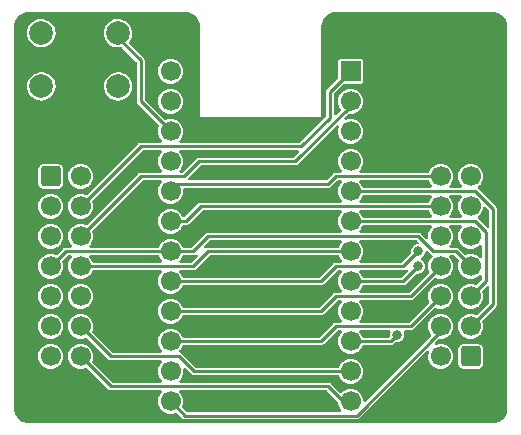
<source format=gbl>
%TF.GenerationSoftware,KiCad,Pcbnew,(6.0.10-0)*%
%TF.CreationDate,2023-01-12T22:41:03+08:00*%
%TF.ProjectId,Control,436f6e74-726f-46c2-9e6b-696361645f70,V3.2.2*%
%TF.SameCoordinates,PX7df6180PY32de760*%
%TF.FileFunction,Copper,L2,Bot*%
%TF.FilePolarity,Positive*%
%FSLAX46Y46*%
G04 Gerber Fmt 4.6, Leading zero omitted, Abs format (unit mm)*
G04 Created by KiCad (PCBNEW (6.0.10-0)) date 2023-01-12 22:41:03*
%MOMM*%
%LPD*%
G01*
G04 APERTURE LIST*
G04 Aperture macros list*
%AMRoundRect*
0 Rectangle with rounded corners*
0 $1 Rounding radius*
0 $2 $3 $4 $5 $6 $7 $8 $9 X,Y pos of 4 corners*
0 Add a 4 corners polygon primitive as box body*
4,1,4,$2,$3,$4,$5,$6,$7,$8,$9,$2,$3,0*
0 Add four circle primitives for the rounded corners*
1,1,$1+$1,$2,$3*
1,1,$1+$1,$4,$5*
1,1,$1+$1,$6,$7*
1,1,$1+$1,$8,$9*
0 Add four rect primitives between the rounded corners*
20,1,$1+$1,$2,$3,$4,$5,0*
20,1,$1+$1,$4,$5,$6,$7,0*
20,1,$1+$1,$6,$7,$8,$9,0*
20,1,$1+$1,$8,$9,$2,$3,0*%
G04 Aperture macros list end*
%TA.AperFunction,ComponentPad*%
%ADD10C,1.700000*%
%TD*%
%TA.AperFunction,ComponentPad*%
%ADD11R,1.700000X1.700000*%
%TD*%
%TA.AperFunction,ComponentPad*%
%ADD12RoundRect,0.250000X-0.600000X-0.600000X0.600000X-0.600000X0.600000X0.600000X-0.600000X0.600000X0*%
%TD*%
%TA.AperFunction,ComponentPad*%
%ADD13RoundRect,0.250000X0.600000X0.600000X-0.600000X0.600000X-0.600000X-0.600000X0.600000X-0.600000X0*%
%TD*%
%TA.AperFunction,ComponentPad*%
%ADD14C,2.000000*%
%TD*%
%TA.AperFunction,ViaPad*%
%ADD15C,0.800000*%
%TD*%
%TA.AperFunction,Conductor*%
%ADD16C,0.250000*%
%TD*%
G04 APERTURE END LIST*
D10*
%TO.P,U1,24,RAW*%
%TO.N,unconnected-(U1-Pad24)*%
X0Y0D03*
%TO.P,U1,23,GND*%
%TO.N,GND*%
X0Y-2540000D03*
%TO.P,U1,22,RST*%
%TO.N,Reset*%
X0Y-5080000D03*
%TO.P,U1,21,VCC*%
%TO.N,VCC*%
X0Y-7620000D03*
%TO.P,U1,20,A3/PF4*%
%TO.N,Col12*%
X0Y-10160000D03*
%TO.P,U1,19,A2/PF5*%
%TO.N,Col11*%
X0Y-12700000D03*
%TO.P,U1,18,A1/PF6*%
%TO.N,Row3*%
X0Y-15240000D03*
%TO.P,U1,17,A0/PF7*%
%TO.N,Col10*%
X0Y-17780000D03*
%TO.P,U1,16,15/PB1*%
%TO.N,Col9*%
X0Y-20320000D03*
%TO.P,U1,15,14/PB3*%
%TO.N,Col8*%
X0Y-22860000D03*
%TO.P,U1,14,16/PB2*%
%TO.N,Row6*%
X0Y-25400000D03*
%TO.P,U1,13,10/PB6*%
%TO.N,Col7*%
X0Y-27940000D03*
%TO.P,U1,12,9/PB5*%
%TO.N,Col6*%
X15240000Y-27940000D03*
%TO.P,U1,11,8/PB4*%
%TO.N,Col5*%
X15240000Y-25400000D03*
%TO.P,U1,10,7/PE6*%
%TO.N,Row5*%
X15240000Y-22860000D03*
%TO.P,U1,9,6/PD7*%
%TO.N,Col4*%
X15240000Y-20320000D03*
%TO.P,U1,8,5/PC6*%
%TO.N,Row4*%
X15240000Y-17780000D03*
%TO.P,U1,7,4/PD4*%
%TO.N,Col3*%
X15240000Y-15240000D03*
%TO.P,U1,6,3/PD0*%
%TO.N,Row2*%
X15240000Y-12700000D03*
%TO.P,U1,5,2/PD1*%
%TO.N,Row1*%
X15240000Y-10160000D03*
%TO.P,U1,4,GND*%
%TO.N,GND*%
X15240000Y-7620000D03*
%TO.P,U1,3,GND*%
X15240000Y-5080000D03*
%TO.P,U1,2,RX1/PD2*%
%TO.N,Col2*%
X15240000Y-2540000D03*
D11*
%TO.P,U1,1,TX0/PD3*%
%TO.N,Col1*%
X15240000Y0D03*
%TD*%
D12*
%TO.P,J1,1,Pin_1*%
%TO.N,VCC*%
X-10160000Y-8890000D03*
D10*
%TO.P,J1,2,Pin_2*%
%TO.N,GND*%
X-7620000Y-8890000D03*
%TO.P,J1,3,Pin_3*%
%TO.N,Row1*%
X-10160000Y-11430000D03*
%TO.P,J1,4,Pin_4*%
%TO.N,Col1*%
X-7620000Y-11430000D03*
%TO.P,J1,5,Pin_5*%
%TO.N,Row2*%
X-10160000Y-13970000D03*
%TO.P,J1,6,Pin_6*%
%TO.N,Col2*%
X-7620000Y-13970000D03*
%TO.P,J1,7,Pin_7*%
%TO.N,Row3*%
X-10160000Y-16510000D03*
%TO.P,J1,8,Pin_8*%
%TO.N,Col3*%
X-7620000Y-16510000D03*
%TO.P,J1,9,Pin_9*%
%TO.N,Row4*%
X-10160000Y-19050000D03*
%TO.P,J1,10,Pin_10*%
%TO.N,Col4*%
X-7620000Y-19050000D03*
%TO.P,J1,11,Pin_11*%
%TO.N,Row5*%
X-10160000Y-21590000D03*
%TO.P,J1,12,Pin_12*%
%TO.N,Col5*%
X-7620000Y-21590000D03*
%TO.P,J1,13,Pin_13*%
%TO.N,Row6*%
X-10160000Y-24130000D03*
%TO.P,J1,14,Pin_14*%
%TO.N,Col6*%
X-7620000Y-24130000D03*
%TD*%
D13*
%TO.P,J2,1,Pin_1*%
%TO.N,VCC*%
X25400000Y-24130000D03*
D10*
%TO.P,J2,2,Pin_2*%
%TO.N,GND*%
X22860000Y-24130000D03*
%TO.P,J2,3,Pin_3*%
%TO.N,Row1*%
X25400000Y-21590000D03*
%TO.P,J2,4,Pin_4*%
%TO.N,Col7*%
X22860000Y-21590000D03*
%TO.P,J2,5,Pin_5*%
%TO.N,Row2*%
X25400000Y-19050000D03*
%TO.P,J2,6,Pin_6*%
%TO.N,Col8*%
X22860000Y-19050000D03*
%TO.P,J2,7,Pin_7*%
%TO.N,Row3*%
X25400000Y-16510000D03*
%TO.P,J2,8,Pin_8*%
%TO.N,Col9*%
X22860000Y-16510000D03*
%TO.P,J2,9,Pin_9*%
%TO.N,Row4*%
X25400000Y-13970000D03*
%TO.P,J2,10,Pin_10*%
%TO.N,Col10*%
X22860000Y-13970000D03*
%TO.P,J2,11,Pin_11*%
%TO.N,Row5*%
X25400000Y-11430000D03*
%TO.P,J2,12,Pin_12*%
%TO.N,Col11*%
X22860000Y-11430000D03*
%TO.P,J2,13,Pin_13*%
%TO.N,Row6*%
X25400000Y-8890000D03*
%TO.P,J2,14,Pin_14*%
%TO.N,Col12*%
X22860000Y-8890000D03*
%TD*%
D14*
%TO.P,SW1,*%
%TO.N,*%
X-10945000Y3230000D03*
X-10945000Y-1270000D03*
%TO.P,SW1,1,1*%
%TO.N,Reset*%
X-4445000Y3230000D03*
%TO.P,SW1,2,2*%
%TO.N,GND*%
X-4445000Y-1270000D03*
%TD*%
D15*
%TO.N,Row5*%
X19169511Y-22314500D03*
%TO.N,Row4*%
X20955000Y-16510000D03*
%TO.N,Col10*%
X20955000Y-15240000D03*
%TD*%
D16*
%TO.N,Col1*%
X15240000Y0D02*
X13462000Y-1778000D01*
X13462000Y-3937000D02*
X11049000Y-6350000D01*
X13462000Y-1778000D02*
X13462000Y-3937000D01*
X11049000Y-6350000D02*
X-2540000Y-6350000D01*
X-2540000Y-6350000D02*
X-7620000Y-11430000D01*
%TO.N,Col2*%
X2418005Y-7620000D02*
X1148005Y-8890000D01*
X1148005Y-8890000D02*
X-2540000Y-8890000D01*
X15240000Y-2921000D02*
X10541000Y-7620000D01*
X15240000Y-2540000D02*
X15240000Y-2921000D01*
X10541000Y-7620000D02*
X2418005Y-7620000D01*
X-2540000Y-8890000D02*
X-7620000Y-13970000D01*
%TO.N,Row1*%
X15240000Y-10160000D02*
X25791010Y-10160000D01*
X27305000Y-19685000D02*
X25400000Y-21590000D01*
X25791010Y-10160000D02*
X27305000Y-11673990D01*
X27305000Y-11673990D02*
X27305000Y-19685000D01*
%TO.N,Col9*%
X12700000Y-20320000D02*
X0Y-20320000D01*
X13970000Y-19050000D02*
X12700000Y-20320000D01*
X20320000Y-19050000D02*
X13970000Y-19050000D01*
X22860000Y-16510000D02*
X20320000Y-19050000D01*
%TO.N,Col8*%
X0Y-22860000D02*
X12700000Y-22860000D01*
X12700000Y-22860000D02*
X13970000Y-21590000D01*
X20320000Y-21590000D02*
X22860000Y-19050000D01*
X13970000Y-21590000D02*
X20320000Y-21590000D01*
%TO.N,Col7*%
X1200811Y-29140811D02*
X15737393Y-29140811D01*
X22860000Y-22018204D02*
X22860000Y-21590000D01*
X0Y-27940000D02*
X1200811Y-29140811D01*
X15737393Y-29140811D02*
X22860000Y-22018204D01*
%TO.N,Row3*%
X0Y-15240000D02*
X-8890000Y-15240000D01*
X24130000Y-15240000D02*
X25400000Y-16510000D01*
X22225000Y-15240000D02*
X24130000Y-15240000D01*
X1905000Y-15240000D02*
X3175000Y-13970000D01*
X-8890000Y-15240000D02*
X-10160000Y-16510000D01*
X20955000Y-13970000D02*
X22225000Y-15240000D01*
X0Y-15240000D02*
X1905000Y-15240000D01*
X3175000Y-13970000D02*
X20955000Y-13970000D01*
%TO.N,Row5*%
X15240000Y-22860000D02*
X18624011Y-22860000D01*
X18624011Y-22860000D02*
X19169511Y-22314500D01*
%TO.N,Row4*%
X19685000Y-17780000D02*
X20955000Y-16510000D01*
X15240000Y-17780000D02*
X19685000Y-17780000D01*
%TO.N,Col6*%
X14605000Y-27940000D02*
X13335000Y-26670000D01*
X13335000Y-26670000D02*
X-5080000Y-26670000D01*
X15240000Y-27940000D02*
X14605000Y-27940000D01*
X-5080000Y-26670000D02*
X-7620000Y-24130000D01*
%TO.N,Col5*%
X-5080000Y-24130000D02*
X-7620000Y-21590000D01*
X15240000Y-25400000D02*
X1970124Y-25400000D01*
X700124Y-24130000D02*
X-5080000Y-24130000D01*
X1970124Y-25400000D02*
X700124Y-24130000D01*
%TO.N,Col3*%
X15240000Y-15240000D02*
X3175000Y-15240000D01*
X3175000Y-15240000D02*
X1905000Y-16510000D01*
X1905000Y-16510000D02*
X-7620000Y-16510000D01*
%TO.N,Row2*%
X15240000Y-12700000D02*
X25791010Y-12700000D01*
X26670000Y-13578990D02*
X26670000Y-17780000D01*
X26670000Y-17780000D02*
X25400000Y-19050000D01*
X25791010Y-12700000D02*
X26670000Y-13578990D01*
%TO.N,Reset*%
X0Y-5080000D02*
X-2540000Y-2540000D01*
X-2540000Y-2540000D02*
X-2540000Y928000D01*
X-2540000Y928000D02*
X-4700200Y3088200D01*
%TO.N,Col12*%
X635000Y-9525000D02*
X13335000Y-9525000D01*
X13970000Y-8890000D02*
X22860000Y-8890000D01*
X13335000Y-9525000D02*
X13970000Y-8890000D01*
X0Y-10160000D02*
X635000Y-9525000D01*
%TO.N,Col11*%
X1270000Y-12700000D02*
X2540000Y-11430000D01*
X0Y-12700000D02*
X1270000Y-12700000D01*
X2540000Y-11430000D02*
X22860000Y-11430000D01*
%TO.N,Col10*%
X13970000Y-16510000D02*
X19685000Y-16510000D01*
X0Y-17780000D02*
X12700000Y-17780000D01*
X12700000Y-17780000D02*
X13970000Y-16510000D01*
X19685000Y-16510000D02*
X20955000Y-15240000D01*
%TD*%
%TA.AperFunction,NonConductor*%
G36*
X10789105Y-6695502D02*
G01*
X10835598Y-6749158D01*
X10845702Y-6819432D01*
X10816208Y-6884012D01*
X10810079Y-6890595D01*
X10443079Y-7257595D01*
X10380767Y-7291621D01*
X10353984Y-7294500D01*
X2437718Y-7294500D01*
X2426737Y-7294021D01*
X2400175Y-7291697D01*
X2400173Y-7291697D01*
X2389198Y-7290737D01*
X2352788Y-7300492D01*
X2342081Y-7302866D01*
X2304960Y-7309412D01*
X2295416Y-7314922D01*
X2292140Y-7316114D01*
X2288969Y-7317593D01*
X2278321Y-7320446D01*
X2269292Y-7326768D01*
X2247454Y-7342059D01*
X2238184Y-7347964D01*
X2215097Y-7361293D01*
X2215093Y-7361296D01*
X2205550Y-7366806D01*
X2198465Y-7375250D01*
X2181325Y-7395676D01*
X2173899Y-7403779D01*
X1602258Y-7975421D01*
X1050084Y-8527595D01*
X987772Y-8561620D01*
X960989Y-8564500D01*
X847722Y-8564500D01*
X779601Y-8544498D01*
X733108Y-8490842D01*
X723004Y-8420568D01*
X752340Y-8356169D01*
X858540Y-8233134D01*
X858540Y-8233133D01*
X862564Y-8228472D01*
X871764Y-8212278D01*
X912515Y-8140543D01*
X964323Y-8049344D01*
X1029351Y-7853863D01*
X1055171Y-7649474D01*
X1055583Y-7620000D01*
X1035480Y-7414970D01*
X975935Y-7217749D01*
X879218Y-7035849D01*
X785688Y-6921170D01*
X753037Y-6881136D01*
X725483Y-6815704D01*
X737678Y-6745763D01*
X785751Y-6693518D01*
X850680Y-6675500D01*
X10720984Y-6675500D01*
X10789105Y-6695502D01*
G37*
%TD.AperFunction*%
%TA.AperFunction,NonConductor*%
G36*
X21837332Y-9235502D02*
G01*
X21881278Y-9283906D01*
X21949268Y-9416200D01*
X21972712Y-9461818D01*
X22100677Y-9623270D01*
X22100550Y-9623370D01*
X22132227Y-9683870D01*
X22125927Y-9754586D01*
X22082395Y-9810671D01*
X22008658Y-9834500D01*
X16331269Y-9834500D01*
X16263148Y-9814498D01*
X16216008Y-9757991D01*
X16215935Y-9757749D01*
X16119218Y-9575849D01*
X15993037Y-9421136D01*
X15965483Y-9355704D01*
X15977678Y-9285763D01*
X16025751Y-9233518D01*
X16090680Y-9215500D01*
X21769211Y-9215500D01*
X21837332Y-9235502D01*
G37*
%TD.AperFunction*%
%TA.AperFunction,NonConductor*%
G36*
X22079054Y-10505502D02*
G01*
X22125547Y-10559158D01*
X22135651Y-10629432D01*
X22107454Y-10692491D01*
X21989024Y-10833630D01*
X21986056Y-10839028D01*
X21986053Y-10839033D01*
X21922922Y-10953870D01*
X21889776Y-11014162D01*
X21887914Y-11020031D01*
X21885485Y-11025699D01*
X21883458Y-11024830D01*
X21849342Y-11075481D01*
X21784140Y-11103575D01*
X21768901Y-11104500D01*
X16087722Y-11104500D01*
X16019601Y-11084498D01*
X15973108Y-11030842D01*
X15963004Y-10960568D01*
X15992340Y-10896169D01*
X16098540Y-10773134D01*
X16098540Y-10773133D01*
X16102564Y-10768472D01*
X16123387Y-10731818D01*
X16181550Y-10629432D01*
X16204323Y-10589344D01*
X16210184Y-10571726D01*
X16250666Y-10513403D01*
X16316254Y-10486224D01*
X16329741Y-10485500D01*
X22010933Y-10485500D01*
X22079054Y-10505502D01*
G37*
%TD.AperFunction*%
%TA.AperFunction,NonConductor*%
G36*
X21837332Y-11775502D02*
G01*
X21881278Y-11823906D01*
X21951722Y-11960975D01*
X21972712Y-12001818D01*
X22100677Y-12163270D01*
X22100550Y-12163370D01*
X22132227Y-12223870D01*
X22125927Y-12294586D01*
X22082395Y-12350671D01*
X22008658Y-12374500D01*
X16331269Y-12374500D01*
X16263148Y-12354498D01*
X16216008Y-12297991D01*
X16215935Y-12297749D01*
X16119218Y-12115849D01*
X15993037Y-11961136D01*
X15965483Y-11895704D01*
X15977678Y-11825763D01*
X16025751Y-11773518D01*
X16090680Y-11755500D01*
X21769211Y-11755500D01*
X21837332Y-11775502D01*
G37*
%TD.AperFunction*%
%TA.AperFunction,NonConductor*%
G36*
X24619054Y-10505502D02*
G01*
X24665547Y-10559158D01*
X24675651Y-10629432D01*
X24647454Y-10692491D01*
X24529024Y-10833630D01*
X24526056Y-10839028D01*
X24526053Y-10839033D01*
X24462287Y-10955024D01*
X24429776Y-11014162D01*
X24367484Y-11210532D01*
X24366798Y-11216649D01*
X24366797Y-11216653D01*
X24345207Y-11409137D01*
X24344520Y-11415262D01*
X24345036Y-11421406D01*
X24360325Y-11603471D01*
X24361759Y-11620553D01*
X24363458Y-11626478D01*
X24415743Y-11808817D01*
X24418544Y-11818586D01*
X24421359Y-11824063D01*
X24421360Y-11824066D01*
X24491804Y-11961136D01*
X24512712Y-12001818D01*
X24640677Y-12163270D01*
X24640550Y-12163370D01*
X24672227Y-12223870D01*
X24665927Y-12294586D01*
X24622395Y-12350671D01*
X24548658Y-12374500D01*
X23707722Y-12374500D01*
X23639601Y-12354498D01*
X23593108Y-12300842D01*
X23583004Y-12230568D01*
X23612340Y-12166169D01*
X23718540Y-12043134D01*
X23718540Y-12043133D01*
X23722564Y-12038472D01*
X23743387Y-12001818D01*
X23772515Y-11950543D01*
X23824323Y-11859344D01*
X23889351Y-11663863D01*
X23915171Y-11459474D01*
X23915583Y-11430000D01*
X23895480Y-11224970D01*
X23835935Y-11027749D01*
X23739218Y-10845849D01*
X23613037Y-10691136D01*
X23585483Y-10625704D01*
X23597678Y-10555763D01*
X23645751Y-10503518D01*
X23710680Y-10485500D01*
X24550933Y-10485500D01*
X24619054Y-10505502D01*
G37*
%TD.AperFunction*%
%TA.AperFunction,NonConductor*%
G36*
X26656663Y-11485980D02*
G01*
X26942595Y-11771912D01*
X26976621Y-11834224D01*
X26979500Y-11861007D01*
X26979500Y-13123974D01*
X26959498Y-13192095D01*
X26905842Y-13238588D01*
X26835568Y-13248692D01*
X26770988Y-13219198D01*
X26764405Y-13213069D01*
X26035121Y-12483785D01*
X26027694Y-12475681D01*
X26008712Y-12453059D01*
X25980248Y-12388018D01*
X25991465Y-12317914D01*
X26027659Y-12272780D01*
X26127951Y-12194424D01*
X26262564Y-12038472D01*
X26283387Y-12001818D01*
X26312515Y-11950543D01*
X26364323Y-11859344D01*
X26429351Y-11663863D01*
X26442563Y-11559280D01*
X26470943Y-11494207D01*
X26530003Y-11454805D01*
X26600989Y-11453588D01*
X26656663Y-11485980D01*
G37*
%TD.AperFunction*%
%TA.AperFunction,NonConductor*%
G36*
X22079054Y-13045502D02*
G01*
X22125547Y-13099158D01*
X22135651Y-13169432D01*
X22107454Y-13232491D01*
X21989024Y-13373630D01*
X21986056Y-13379028D01*
X21986053Y-13379033D01*
X21922287Y-13495024D01*
X21889776Y-13554162D01*
X21827484Y-13750532D01*
X21826798Y-13756649D01*
X21826797Y-13756653D01*
X21805207Y-13949137D01*
X21804520Y-13955262D01*
X21805036Y-13961406D01*
X21805036Y-13961407D01*
X21812737Y-14053120D01*
X21798505Y-14122675D01*
X21748928Y-14173495D01*
X21679746Y-14189444D01*
X21612924Y-14165458D01*
X21598084Y-14152758D01*
X21199111Y-13753785D01*
X21191684Y-13745681D01*
X21174541Y-13725251D01*
X21174540Y-13725250D01*
X21167455Y-13716806D01*
X21157906Y-13711293D01*
X21134815Y-13697961D01*
X21125544Y-13692055D01*
X21116611Y-13685800D01*
X21094684Y-13670446D01*
X21084034Y-13667592D01*
X21080866Y-13666115D01*
X21077590Y-13664923D01*
X21068045Y-13659412D01*
X21034301Y-13653462D01*
X21030942Y-13652870D01*
X21020215Y-13650492D01*
X20983807Y-13640736D01*
X20972822Y-13641697D01*
X20972820Y-13641697D01*
X20946272Y-13644020D01*
X20935290Y-13644500D01*
X16087722Y-13644500D01*
X16019601Y-13624498D01*
X15973108Y-13570842D01*
X15963004Y-13500568D01*
X15992340Y-13436169D01*
X16098540Y-13313134D01*
X16098540Y-13313133D01*
X16102564Y-13308472D01*
X16123387Y-13271818D01*
X16155201Y-13215815D01*
X16204323Y-13129344D01*
X16210184Y-13111726D01*
X16250666Y-13053403D01*
X16316254Y-13026224D01*
X16329741Y-13025500D01*
X22010933Y-13025500D01*
X22079054Y-13045502D01*
G37*
%TD.AperFunction*%
%TA.AperFunction,NonConductor*%
G36*
X-780946Y-9235502D02*
G01*
X-734453Y-9289158D01*
X-724349Y-9359432D01*
X-752546Y-9422491D01*
X-870976Y-9563630D01*
X-873944Y-9569028D01*
X-873947Y-9569033D01*
X-940761Y-9690568D01*
X-970224Y-9744162D01*
X-1032516Y-9940532D01*
X-1033202Y-9946649D01*
X-1033203Y-9946653D01*
X-1037930Y-9988795D01*
X-1055480Y-10145262D01*
X-1038241Y-10350553D01*
X-1036542Y-10356478D01*
X-1007747Y-10456897D01*
X-981456Y-10548586D01*
X-978641Y-10554063D01*
X-978640Y-10554066D01*
X-908196Y-10691136D01*
X-887288Y-10731818D01*
X-759323Y-10893270D01*
X-754630Y-10897264D01*
X-754629Y-10897265D01*
X-610374Y-11020035D01*
X-602436Y-11026791D01*
X-422602Y-11127297D01*
X-328219Y-11157964D01*
X-232529Y-11189056D01*
X-232525Y-11189057D01*
X-226671Y-11190959D01*
X-22106Y-11215351D01*
X-15971Y-11214879D01*
X-15969Y-11214879D01*
X40523Y-11210532D01*
X183300Y-11199546D01*
X189230Y-11197890D01*
X189232Y-11197890D01*
X375797Y-11145800D01*
X375796Y-11145800D01*
X381725Y-11144145D01*
X387214Y-11141372D01*
X387220Y-11141370D01*
X560116Y-11054033D01*
X565610Y-11051258D01*
X591742Y-11030842D01*
X646780Y-10987841D01*
X727951Y-10924424D01*
X862564Y-10768472D01*
X883387Y-10731818D01*
X912515Y-10680543D01*
X964323Y-10589344D01*
X1029351Y-10393863D01*
X1055171Y-10189474D01*
X1055583Y-10160000D01*
X1038797Y-9988795D01*
X1052057Y-9919047D01*
X1100920Y-9867541D01*
X1164196Y-9850500D01*
X13315290Y-9850500D01*
X13326272Y-9850980D01*
X13352820Y-9853303D01*
X13352822Y-9853303D01*
X13363807Y-9854264D01*
X13400215Y-9844508D01*
X13410942Y-9842130D01*
X13414301Y-9841538D01*
X13448045Y-9835588D01*
X13457590Y-9830077D01*
X13460866Y-9828885D01*
X13464034Y-9827408D01*
X13474684Y-9824554D01*
X13505544Y-9802945D01*
X13514815Y-9797039D01*
X13537906Y-9783707D01*
X13547455Y-9778194D01*
X13571685Y-9749317D01*
X13579111Y-9741215D01*
X14067921Y-9252405D01*
X14130233Y-9218379D01*
X14157016Y-9215500D01*
X14390933Y-9215500D01*
X14459054Y-9235502D01*
X14505547Y-9289158D01*
X14515651Y-9359432D01*
X14487454Y-9422491D01*
X14369024Y-9563630D01*
X14366056Y-9569028D01*
X14366053Y-9569033D01*
X14299239Y-9690568D01*
X14269776Y-9744162D01*
X14207484Y-9940532D01*
X14206798Y-9946649D01*
X14206797Y-9946653D01*
X14202070Y-9988795D01*
X14184520Y-10145262D01*
X14201759Y-10350553D01*
X14203458Y-10356478D01*
X14232253Y-10456897D01*
X14258544Y-10548586D01*
X14261359Y-10554063D01*
X14261360Y-10554066D01*
X14331804Y-10691136D01*
X14352712Y-10731818D01*
X14480677Y-10893270D01*
X14480550Y-10893370D01*
X14512227Y-10953870D01*
X14505927Y-11024586D01*
X14462395Y-11080671D01*
X14388658Y-11104500D01*
X2559713Y-11104500D01*
X2548732Y-11104021D01*
X2522170Y-11101697D01*
X2522168Y-11101697D01*
X2511193Y-11100737D01*
X2474783Y-11110492D01*
X2464076Y-11112866D01*
X2426955Y-11119412D01*
X2417411Y-11124922D01*
X2414135Y-11126114D01*
X2410964Y-11127593D01*
X2400316Y-11130446D01*
X2391287Y-11136768D01*
X2369449Y-11152059D01*
X2360179Y-11157964D01*
X2337092Y-11171293D01*
X2337088Y-11171296D01*
X2327545Y-11176806D01*
X2309853Y-11197890D01*
X2303320Y-11205676D01*
X2295894Y-11213779D01*
X1734172Y-11775502D01*
X1177946Y-12331728D01*
X1115634Y-12365753D01*
X1044819Y-12360689D01*
X987983Y-12318142D01*
X976287Y-12297562D01*
X975935Y-12297749D01*
X882111Y-12121290D01*
X879218Y-12115849D01*
X786216Y-12001818D01*
X752906Y-11960975D01*
X752903Y-11960972D01*
X749011Y-11956200D01*
X731786Y-11941950D01*
X595025Y-11828811D01*
X595021Y-11828809D01*
X590275Y-11824882D01*
X409055Y-11726897D01*
X212254Y-11665977D01*
X206129Y-11665333D01*
X206128Y-11665333D01*
X13498Y-11645087D01*
X13496Y-11645087D01*
X7369Y-11644443D01*
X-79471Y-11652346D01*
X-191658Y-11662555D01*
X-191661Y-11662556D01*
X-197797Y-11663114D01*
X-395428Y-11721280D01*
X-577998Y-11816726D01*
X-582799Y-11820586D01*
X-582802Y-11820588D01*
X-680864Y-11899432D01*
X-738553Y-11945815D01*
X-870976Y-12103630D01*
X-873944Y-12109028D01*
X-873947Y-12109033D01*
X-940761Y-12230568D01*
X-970224Y-12284162D01*
X-1032516Y-12480532D01*
X-1055480Y-12685262D01*
X-1038241Y-12890553D01*
X-1036542Y-12896478D01*
X-998466Y-13029264D01*
X-981456Y-13088586D01*
X-978641Y-13094063D01*
X-978640Y-13094066D01*
X-908196Y-13231136D01*
X-887288Y-13271818D01*
X-759323Y-13433270D01*
X-754630Y-13437264D01*
X-754629Y-13437265D01*
X-610374Y-13560035D01*
X-602436Y-13566791D01*
X-422602Y-13667297D01*
X-328228Y-13697961D01*
X-232529Y-13729056D01*
X-232525Y-13729057D01*
X-226671Y-13730959D01*
X-22106Y-13755351D01*
X-15971Y-13754879D01*
X-15969Y-13754879D01*
X40523Y-13750532D01*
X183300Y-13739546D01*
X189230Y-13737890D01*
X189232Y-13737890D01*
X342080Y-13695214D01*
X381725Y-13684145D01*
X387214Y-13681372D01*
X387220Y-13681370D01*
X560116Y-13594033D01*
X565610Y-13591258D01*
X591742Y-13570842D01*
X646780Y-13527841D01*
X727951Y-13464424D01*
X780163Y-13403936D01*
X858540Y-13313134D01*
X858540Y-13313133D01*
X862564Y-13308472D01*
X883387Y-13271818D01*
X915201Y-13215815D01*
X964323Y-13129344D01*
X970184Y-13111726D01*
X1010666Y-13053403D01*
X1076254Y-13026224D01*
X1089741Y-13025500D01*
X1250290Y-13025500D01*
X1261272Y-13025980D01*
X1287820Y-13028303D01*
X1287822Y-13028303D01*
X1298807Y-13029264D01*
X1335215Y-13019508D01*
X1345942Y-13017130D01*
X1349301Y-13016538D01*
X1383045Y-13010588D01*
X1392590Y-13005077D01*
X1395866Y-13003885D01*
X1399034Y-13002408D01*
X1409684Y-12999554D01*
X1440544Y-12977945D01*
X1449815Y-12972039D01*
X1472910Y-12958705D01*
X1472911Y-12958704D01*
X1482455Y-12953194D01*
X1506685Y-12924319D01*
X1514110Y-12916217D01*
X2637922Y-11792405D01*
X2700234Y-11758379D01*
X2727017Y-11755500D01*
X14390933Y-11755500D01*
X14459054Y-11775502D01*
X14505547Y-11829158D01*
X14515651Y-11899432D01*
X14487454Y-11962491D01*
X14369024Y-12103630D01*
X14366056Y-12109028D01*
X14366053Y-12109033D01*
X14299239Y-12230568D01*
X14269776Y-12284162D01*
X14207484Y-12480532D01*
X14184520Y-12685262D01*
X14201759Y-12890553D01*
X14203458Y-12896478D01*
X14241534Y-13029264D01*
X14258544Y-13088586D01*
X14261359Y-13094063D01*
X14261360Y-13094066D01*
X14331804Y-13231136D01*
X14352712Y-13271818D01*
X14480677Y-13433270D01*
X14480550Y-13433370D01*
X14512227Y-13493870D01*
X14505927Y-13564586D01*
X14462395Y-13620671D01*
X14388658Y-13644500D01*
X3194713Y-13644500D01*
X3183732Y-13644021D01*
X3157170Y-13641697D01*
X3157168Y-13641697D01*
X3146193Y-13640737D01*
X3109783Y-13650492D01*
X3099076Y-13652866D01*
X3061955Y-13659412D01*
X3052411Y-13664922D01*
X3049135Y-13666114D01*
X3045964Y-13667593D01*
X3035316Y-13670446D01*
X3026287Y-13676768D01*
X3004449Y-13692059D01*
X2995179Y-13697964D01*
X2972092Y-13711293D01*
X2972088Y-13711296D01*
X2962545Y-13716806D01*
X2944853Y-13737890D01*
X2938320Y-13745676D01*
X2930894Y-13753779D01*
X1807079Y-14877595D01*
X1744767Y-14911620D01*
X1717984Y-14914500D01*
X1091269Y-14914500D01*
X1023148Y-14894498D01*
X976008Y-14837991D01*
X975935Y-14837749D01*
X879218Y-14655849D01*
X786216Y-14541818D01*
X752906Y-14500975D01*
X752903Y-14500972D01*
X749011Y-14496200D01*
X744262Y-14492271D01*
X595025Y-14368811D01*
X595021Y-14368809D01*
X590275Y-14364882D01*
X409055Y-14266897D01*
X212254Y-14205977D01*
X206129Y-14205333D01*
X206128Y-14205333D01*
X13498Y-14185087D01*
X13496Y-14185087D01*
X7369Y-14184443D01*
X-79471Y-14192346D01*
X-191658Y-14202555D01*
X-191661Y-14202556D01*
X-197797Y-14203114D01*
X-395428Y-14261280D01*
X-577998Y-14356726D01*
X-582799Y-14360586D01*
X-582802Y-14360588D01*
X-680864Y-14439432D01*
X-738553Y-14485815D01*
X-870976Y-14643630D01*
X-873944Y-14649028D01*
X-873947Y-14649033D01*
X-937078Y-14763870D01*
X-970224Y-14824162D01*
X-972086Y-14830031D01*
X-974515Y-14835699D01*
X-976542Y-14834830D01*
X-1010658Y-14885481D01*
X-1075860Y-14913575D01*
X-1091099Y-14914500D01*
X-6772278Y-14914500D01*
X-6840399Y-14894498D01*
X-6886892Y-14840842D01*
X-6896996Y-14770568D01*
X-6867660Y-14706169D01*
X-6761460Y-14583134D01*
X-6761460Y-14583133D01*
X-6757436Y-14578472D01*
X-6736613Y-14541818D01*
X-6707485Y-14490543D01*
X-6655677Y-14399344D01*
X-6590649Y-14203863D01*
X-6564829Y-13999474D01*
X-6564417Y-13970000D01*
X-6584520Y-13764970D01*
X-6644065Y-13567749D01*
X-6645688Y-13564696D01*
X-6653056Y-13495024D01*
X-6618192Y-13428518D01*
X-2442079Y-9252405D01*
X-2379767Y-9218379D01*
X-2352984Y-9215500D01*
X-849067Y-9215500D01*
X-780946Y-9235502D01*
G37*
%TD.AperFunction*%
%TA.AperFunction,NonConductor*%
G36*
X14459054Y-14315502D02*
G01*
X14505547Y-14369158D01*
X14515651Y-14439432D01*
X14487454Y-14502491D01*
X14369024Y-14643630D01*
X14366056Y-14649028D01*
X14366053Y-14649033D01*
X14302922Y-14763870D01*
X14269776Y-14824162D01*
X14267914Y-14830031D01*
X14265485Y-14835699D01*
X14263458Y-14834830D01*
X14229342Y-14885481D01*
X14164140Y-14913575D01*
X14148901Y-14914500D01*
X3194713Y-14914500D01*
X3183732Y-14914021D01*
X3157170Y-14911697D01*
X3157168Y-14911697D01*
X3146193Y-14910737D01*
X3109783Y-14920492D01*
X3099076Y-14922866D01*
X3061955Y-14929412D01*
X3052411Y-14934922D01*
X3049135Y-14936114D01*
X3045964Y-14937593D01*
X3035316Y-14940446D01*
X3026287Y-14946768D01*
X3004449Y-14962059D01*
X2995179Y-14967964D01*
X2977417Y-14978219D01*
X2908422Y-14994957D01*
X2841330Y-14971737D01*
X2797443Y-14915930D01*
X2790694Y-14845255D01*
X2825322Y-14780005D01*
X3272922Y-14332405D01*
X3335234Y-14298379D01*
X3362017Y-14295500D01*
X14390933Y-14295500D01*
X14459054Y-14315502D01*
G37*
%TD.AperFunction*%
%TA.AperFunction,NonConductor*%
G36*
X24619054Y-13045502D02*
G01*
X24665547Y-13099158D01*
X24675651Y-13169432D01*
X24647454Y-13232491D01*
X24529024Y-13373630D01*
X24526056Y-13379028D01*
X24526053Y-13379033D01*
X24462287Y-13495024D01*
X24429776Y-13554162D01*
X24367484Y-13750532D01*
X24366798Y-13756649D01*
X24366797Y-13756653D01*
X24345207Y-13949137D01*
X24344520Y-13955262D01*
X24361759Y-14160553D01*
X24363458Y-14166478D01*
X24411037Y-14332405D01*
X24418544Y-14358586D01*
X24421359Y-14364063D01*
X24421360Y-14364066D01*
X24491804Y-14501136D01*
X24512712Y-14541818D01*
X24640677Y-14703270D01*
X24645370Y-14707264D01*
X24645371Y-14707265D01*
X24730841Y-14780005D01*
X24797564Y-14836791D01*
X24802942Y-14839797D01*
X24802944Y-14839798D01*
X24834563Y-14857469D01*
X24977398Y-14937297D01*
X25069987Y-14967381D01*
X25167471Y-14999056D01*
X25167475Y-14999057D01*
X25173329Y-15000959D01*
X25377894Y-15025351D01*
X25384029Y-15024879D01*
X25384031Y-15024879D01*
X25440039Y-15020569D01*
X25583300Y-15009546D01*
X25589230Y-15007890D01*
X25589232Y-15007890D01*
X25742080Y-14965214D01*
X25781725Y-14954145D01*
X25787214Y-14951372D01*
X25787220Y-14951370D01*
X25960116Y-14864033D01*
X25965610Y-14861258D01*
X25991742Y-14840842D01*
X26123095Y-14738218D01*
X26123096Y-14738217D01*
X26127951Y-14734424D01*
X26131726Y-14730051D01*
X26194732Y-14697619D01*
X26265403Y-14704412D01*
X26321183Y-14748334D01*
X26344500Y-14821357D01*
X26344500Y-15660159D01*
X26324498Y-15728280D01*
X26270842Y-15774773D01*
X26200568Y-15784877D01*
X26138186Y-15757245D01*
X25990275Y-15634882D01*
X25809055Y-15536897D01*
X25612254Y-15475977D01*
X25606129Y-15475333D01*
X25606128Y-15475333D01*
X25413498Y-15455087D01*
X25413496Y-15455087D01*
X25407369Y-15454443D01*
X25320529Y-15462346D01*
X25208342Y-15472555D01*
X25208339Y-15472556D01*
X25202203Y-15473114D01*
X25004572Y-15531280D01*
X24999112Y-15534134D01*
X24994779Y-15535885D01*
X24924126Y-15542858D01*
X24858483Y-15508156D01*
X24374105Y-15023779D01*
X24366678Y-15015674D01*
X24361536Y-15009546D01*
X24342455Y-14986806D01*
X24327582Y-14978219D01*
X24309815Y-14967961D01*
X24300544Y-14962055D01*
X24291611Y-14955800D01*
X24269684Y-14940446D01*
X24259034Y-14937592D01*
X24255866Y-14936115D01*
X24252590Y-14934923D01*
X24243045Y-14929412D01*
X24209301Y-14923462D01*
X24205942Y-14922870D01*
X24195215Y-14920492D01*
X24158807Y-14910736D01*
X24147822Y-14911697D01*
X24147820Y-14911697D01*
X24121272Y-14914020D01*
X24110290Y-14914500D01*
X23707722Y-14914500D01*
X23639601Y-14894498D01*
X23593108Y-14840842D01*
X23583004Y-14770568D01*
X23612340Y-14706169D01*
X23718540Y-14583134D01*
X23718540Y-14583133D01*
X23722564Y-14578472D01*
X23743387Y-14541818D01*
X23772515Y-14490543D01*
X23824323Y-14399344D01*
X23889351Y-14203863D01*
X23915171Y-13999474D01*
X23915583Y-13970000D01*
X23895480Y-13764970D01*
X23835935Y-13567749D01*
X23739218Y-13385849D01*
X23627355Y-13248692D01*
X23613037Y-13231136D01*
X23585483Y-13165704D01*
X23597678Y-13095763D01*
X23645751Y-13043518D01*
X23710680Y-13025500D01*
X24550933Y-13025500D01*
X24619054Y-13045502D01*
G37*
%TD.AperFunction*%
%TA.AperFunction,NonConductor*%
G36*
X-1022668Y-15585502D02*
G01*
X-978722Y-15633906D01*
X-906326Y-15774773D01*
X-887288Y-15811818D01*
X-759323Y-15973270D01*
X-759450Y-15973370D01*
X-727773Y-16033870D01*
X-734073Y-16104586D01*
X-777605Y-16160671D01*
X-851342Y-16184500D01*
X-6528731Y-16184500D01*
X-6596852Y-16164498D01*
X-6643992Y-16107991D01*
X-6644065Y-16107749D01*
X-6740782Y-15925849D01*
X-6866963Y-15771136D01*
X-6894517Y-15705704D01*
X-6882322Y-15635763D01*
X-6834249Y-15583518D01*
X-6769320Y-15565500D01*
X-1090789Y-15565500D01*
X-1022668Y-15585502D01*
G37*
%TD.AperFunction*%
%TA.AperFunction,NonConductor*%
G36*
X2238670Y-15508260D02*
G01*
X2282558Y-15564066D01*
X2289309Y-15634741D01*
X2254681Y-15699992D01*
X1807078Y-16147596D01*
X1744767Y-16181620D01*
X1717984Y-16184500D01*
X847722Y-16184500D01*
X779601Y-16164498D01*
X733108Y-16110842D01*
X723004Y-16040568D01*
X752340Y-15976169D01*
X858540Y-15853134D01*
X858540Y-15853133D01*
X862564Y-15848472D01*
X883387Y-15811818D01*
X930843Y-15728280D01*
X964323Y-15669344D01*
X970184Y-15651726D01*
X1010666Y-15593403D01*
X1076254Y-15566224D01*
X1089741Y-15565500D01*
X1885290Y-15565500D01*
X1896272Y-15565980D01*
X1922820Y-15568303D01*
X1922822Y-15568303D01*
X1933807Y-15569264D01*
X1970215Y-15559508D01*
X1980942Y-15557130D01*
X1984301Y-15556538D01*
X2018045Y-15550588D01*
X2027590Y-15545077D01*
X2030866Y-15543885D01*
X2034034Y-15542408D01*
X2044684Y-15539554D01*
X2075550Y-15517941D01*
X2084813Y-15512040D01*
X2102583Y-15501780D01*
X2171578Y-15485041D01*
X2238670Y-15508260D01*
G37*
%TD.AperFunction*%
%TA.AperFunction,NonConductor*%
G36*
X20836104Y-14315502D02*
G01*
X20857078Y-14332405D01*
X20954592Y-14429919D01*
X20988618Y-14492231D01*
X20983553Y-14563046D01*
X20941006Y-14619882D01*
X20881943Y-14643936D01*
X20827732Y-14651073D01*
X20798238Y-14654956D01*
X20652159Y-14715464D01*
X20526718Y-14811718D01*
X20521695Y-14818264D01*
X20504370Y-14840842D01*
X20430464Y-14937159D01*
X20369956Y-15083238D01*
X20349318Y-15240000D01*
X20358118Y-15306841D01*
X20347179Y-15376988D01*
X20322292Y-15412381D01*
X19587079Y-16147595D01*
X19524766Y-16181620D01*
X19497983Y-16184500D01*
X16087722Y-16184500D01*
X16019601Y-16164498D01*
X15973108Y-16110842D01*
X15963004Y-16040568D01*
X15992340Y-15976169D01*
X16098540Y-15853134D01*
X16098540Y-15853133D01*
X16102564Y-15848472D01*
X16123387Y-15811818D01*
X16154389Y-15757244D01*
X16204323Y-15669344D01*
X16269351Y-15473863D01*
X16295171Y-15269474D01*
X16295583Y-15240000D01*
X16275480Y-15034970D01*
X16215935Y-14837749D01*
X16119218Y-14655849D01*
X15993037Y-14501136D01*
X15965483Y-14435704D01*
X15977678Y-14365763D01*
X16025751Y-14313518D01*
X16090680Y-14295500D01*
X20767983Y-14295500D01*
X20836104Y-14315502D01*
G37*
%TD.AperFunction*%
%TA.AperFunction,NonConductor*%
G36*
X20018672Y-16778265D02*
G01*
X20062558Y-16834072D01*
X20069306Y-16904748D01*
X20034678Y-16969995D01*
X19587078Y-17417595D01*
X19524766Y-17451621D01*
X19497983Y-17454500D01*
X16331269Y-17454500D01*
X16263148Y-17434498D01*
X16216008Y-17377991D01*
X16215935Y-17377749D01*
X16119218Y-17195849D01*
X15993037Y-17041136D01*
X15965483Y-16975704D01*
X15977678Y-16905763D01*
X16025751Y-16853518D01*
X16090680Y-16835500D01*
X19665290Y-16835500D01*
X19676272Y-16835980D01*
X19702820Y-16838303D01*
X19702822Y-16838303D01*
X19713807Y-16839264D01*
X19750215Y-16829508D01*
X19760942Y-16827130D01*
X19764301Y-16826538D01*
X19798045Y-16820588D01*
X19807590Y-16815077D01*
X19810866Y-16813885D01*
X19814034Y-16812408D01*
X19824684Y-16809554D01*
X19855544Y-16787945D01*
X19864817Y-16782038D01*
X19882585Y-16771780D01*
X19951580Y-16755043D01*
X20018672Y-16778265D01*
G37*
%TD.AperFunction*%
%TA.AperFunction,NonConductor*%
G36*
X14217332Y-15585502D02*
G01*
X14261278Y-15633906D01*
X14333674Y-15774773D01*
X14352712Y-15811818D01*
X14480677Y-15973270D01*
X14480550Y-15973370D01*
X14512227Y-16033870D01*
X14505927Y-16104586D01*
X14462395Y-16160671D01*
X14388658Y-16184500D01*
X13989713Y-16184500D01*
X13978732Y-16184021D01*
X13952170Y-16181697D01*
X13952168Y-16181697D01*
X13941193Y-16180737D01*
X13904783Y-16190492D01*
X13894076Y-16192866D01*
X13856955Y-16199412D01*
X13847411Y-16204922D01*
X13844135Y-16206114D01*
X13840964Y-16207593D01*
X13830316Y-16210446D01*
X13821287Y-16216768D01*
X13799449Y-16232059D01*
X13790179Y-16237964D01*
X13767092Y-16251293D01*
X13767088Y-16251296D01*
X13757545Y-16256806D01*
X13750460Y-16265250D01*
X13733320Y-16285676D01*
X13725894Y-16293779D01*
X13156271Y-16863403D01*
X12602079Y-17417595D01*
X12539767Y-17451620D01*
X12512984Y-17454500D01*
X1091269Y-17454500D01*
X1023148Y-17434498D01*
X976008Y-17377991D01*
X975935Y-17377749D01*
X879218Y-17195849D01*
X753037Y-17041136D01*
X725483Y-16975704D01*
X737678Y-16905763D01*
X785751Y-16853518D01*
X850680Y-16835500D01*
X1885290Y-16835500D01*
X1896272Y-16835980D01*
X1922820Y-16838303D01*
X1922822Y-16838303D01*
X1933807Y-16839264D01*
X1970215Y-16829508D01*
X1980942Y-16827130D01*
X1984301Y-16826538D01*
X2018045Y-16820588D01*
X2027590Y-16815077D01*
X2030866Y-16813885D01*
X2034034Y-16812408D01*
X2044684Y-16809554D01*
X2075544Y-16787945D01*
X2084815Y-16782039D01*
X2107910Y-16768705D01*
X2107911Y-16768704D01*
X2117455Y-16763194D01*
X2141685Y-16734319D01*
X2149110Y-16726217D01*
X3272922Y-15602405D01*
X3335234Y-15568379D01*
X3362017Y-15565500D01*
X14149211Y-15565500D01*
X14217332Y-15585502D01*
G37*
%TD.AperFunction*%
%TA.AperFunction,NonConductor*%
G36*
X21765081Y-15240408D02*
G01*
X21980895Y-15456222D01*
X21988321Y-15464325D01*
X22012545Y-15493194D01*
X22022088Y-15498704D01*
X22022092Y-15498707D01*
X22045179Y-15512036D01*
X22054448Y-15517940D01*
X22085316Y-15539554D01*
X22095960Y-15542406D01*
X22096626Y-15542717D01*
X22149911Y-15589634D01*
X22169371Y-15657912D01*
X22148829Y-15725872D01*
X22129843Y-15746809D01*
X22130656Y-15747639D01*
X22126254Y-15751950D01*
X22121447Y-15755815D01*
X21989024Y-15913630D01*
X21986056Y-15919028D01*
X21986053Y-15919033D01*
X21896617Y-16081718D01*
X21889776Y-16094162D01*
X21827484Y-16290532D01*
X21826798Y-16296649D01*
X21826797Y-16296653D01*
X21806671Y-16476089D01*
X21794954Y-16504012D01*
X21807102Y-16529796D01*
X21808165Y-16538668D01*
X21816544Y-16638445D01*
X21821759Y-16700553D01*
X21823458Y-16706478D01*
X21871037Y-16872405D01*
X21878544Y-16898586D01*
X21881362Y-16904068D01*
X21881363Y-16904072D01*
X21881541Y-16904419D01*
X21881579Y-16904619D01*
X21883630Y-16909799D01*
X21882645Y-16910189D01*
X21894887Y-16974150D01*
X21868414Y-17040027D01*
X21858568Y-17051105D01*
X20222079Y-18687595D01*
X20159767Y-18721620D01*
X20132984Y-18724500D01*
X16087722Y-18724500D01*
X16019601Y-18704498D01*
X15973108Y-18650842D01*
X15963004Y-18580568D01*
X15992340Y-18516169D01*
X16098540Y-18393134D01*
X16098540Y-18393133D01*
X16102564Y-18388472D01*
X16123387Y-18351818D01*
X16157396Y-18291950D01*
X16204323Y-18209344D01*
X16210184Y-18191726D01*
X16250666Y-18133403D01*
X16316254Y-18106224D01*
X16329741Y-18105500D01*
X19665290Y-18105500D01*
X19676272Y-18105980D01*
X19702820Y-18108303D01*
X19702822Y-18108303D01*
X19713807Y-18109264D01*
X19750215Y-18099508D01*
X19760942Y-18097130D01*
X19764301Y-18096538D01*
X19798045Y-18090588D01*
X19807590Y-18085077D01*
X19810866Y-18083885D01*
X19814034Y-18082408D01*
X19824684Y-18079554D01*
X19855544Y-18057945D01*
X19864815Y-18052039D01*
X19887910Y-18038705D01*
X19887911Y-18038704D01*
X19897455Y-18033194D01*
X19921685Y-18004319D01*
X19929110Y-17996217D01*
X20782618Y-17142709D01*
X20844930Y-17108683D01*
X20888158Y-17106882D01*
X20955000Y-17115682D01*
X20963188Y-17114604D01*
X21103574Y-17096122D01*
X21111762Y-17095044D01*
X21257841Y-17034536D01*
X21383282Y-16938282D01*
X21479536Y-16812841D01*
X21540044Y-16666762D01*
X21557685Y-16532765D01*
X21569473Y-16506118D01*
X21556534Y-16478491D01*
X21541122Y-16361426D01*
X21540044Y-16353238D01*
X21479536Y-16207159D01*
X21383282Y-16081718D01*
X21257841Y-15985464D01*
X21252550Y-15983272D01*
X21204364Y-15932738D01*
X21190926Y-15863025D01*
X21217312Y-15797114D01*
X21252224Y-15766863D01*
X21257841Y-15764536D01*
X21383282Y-15668282D01*
X21479536Y-15542841D01*
X21540044Y-15396762D01*
X21551064Y-15313057D01*
X21579786Y-15248129D01*
X21639052Y-15209038D01*
X21710043Y-15208193D01*
X21765081Y-15240408D01*
G37*
%TD.AperFunction*%
%TA.AperFunction,NonConductor*%
G36*
X18564354Y-21935502D02*
G01*
X18610847Y-21989158D01*
X18620951Y-22059432D01*
X18612642Y-22089717D01*
X18584467Y-22157738D01*
X18563829Y-22314500D01*
X18564907Y-22322688D01*
X18572629Y-22381342D01*
X18561690Y-22451490D01*
X18536802Y-22486883D01*
X18526090Y-22497595D01*
X18463778Y-22531621D01*
X18436995Y-22534500D01*
X16331269Y-22534500D01*
X16263148Y-22514498D01*
X16216008Y-22457991D01*
X16215935Y-22457749D01*
X16119218Y-22275849D01*
X16016667Y-22150109D01*
X15993037Y-22121136D01*
X15965483Y-22055704D01*
X15977678Y-21985763D01*
X16025751Y-21933518D01*
X16090680Y-21915500D01*
X18496233Y-21915500D01*
X18564354Y-21935502D01*
G37*
%TD.AperFunction*%
%TA.AperFunction,NonConductor*%
G36*
X13216105Y-27015502D02*
G01*
X13237075Y-27032401D01*
X14156921Y-27952248D01*
X14190945Y-28014558D01*
X14193382Y-28030797D01*
X14201759Y-28130553D01*
X14258544Y-28328586D01*
X14261359Y-28334063D01*
X14261360Y-28334066D01*
X14304535Y-28418076D01*
X14352712Y-28511818D01*
X14392916Y-28562543D01*
X14431359Y-28611046D01*
X14457997Y-28676857D01*
X14444826Y-28746621D01*
X14396029Y-28798190D01*
X14332614Y-28815311D01*
X1387829Y-28815311D01*
X1319708Y-28795309D01*
X1298734Y-28778407D01*
X1000715Y-28480389D01*
X966690Y-28418076D01*
X970252Y-28351521D01*
X1027404Y-28179715D01*
X1029351Y-28173863D01*
X1055171Y-27969474D01*
X1055583Y-27940000D01*
X1035480Y-27734970D01*
X975935Y-27537749D01*
X879218Y-27355849D01*
X753037Y-27201136D01*
X725483Y-27135704D01*
X737678Y-27065763D01*
X785751Y-27013518D01*
X850680Y-26995500D01*
X13147984Y-26995500D01*
X13216105Y-27015502D01*
G37*
%TD.AperFunction*%
%TA.AperFunction,NonConductor*%
G36*
X1257965Y5017312D02*
G01*
X1261762Y5017927D01*
X1270000Y5014515D01*
X1279839Y5018590D01*
X1300494Y5016370D01*
X1304493Y5016785D01*
X1449322Y5005387D01*
X1468849Y5002294D01*
X1634120Y4962616D01*
X1652914Y4956510D01*
X1809945Y4891465D01*
X1827556Y4882491D01*
X1972475Y4793684D01*
X1988470Y4782063D01*
X2117705Y4671686D01*
X2131686Y4657705D01*
X2242063Y4528470D01*
X2253684Y4512475D01*
X2342491Y4367556D01*
X2351465Y4349945D01*
X2371675Y4301155D01*
X2416508Y4192919D01*
X2422616Y4174120D01*
X2450036Y4059910D01*
X2462294Y4008850D01*
X2465387Y3989321D01*
X2478642Y3820894D01*
X2478628Y3819930D01*
X2474515Y3810000D01*
X2478354Y3800733D01*
X2478308Y3797543D01*
X2477583Y3790801D01*
X2479500Y3777469D01*
X2479500Y-3797965D01*
X2477312Y-3797965D01*
X2477927Y-3801762D01*
X2474515Y-3810000D01*
X2479500Y-3822035D01*
X2493695Y-3856305D01*
X2516397Y-3865709D01*
X2523264Y-3868553D01*
X2523265Y-3868553D01*
X2540000Y-3875485D01*
X2549839Y-3871410D01*
X2559203Y-3872416D01*
X2572531Y-3870500D01*
X12687965Y-3870500D01*
X12687965Y-3872688D01*
X12691762Y-3872073D01*
X12700000Y-3875485D01*
X12709838Y-3871410D01*
X12709840Y-3871410D01*
X12734776Y-3861081D01*
X12748681Y-3859586D01*
X12751081Y-3844776D01*
X12758552Y-3826738D01*
X12760500Y-3822035D01*
X12765485Y-3810000D01*
X12761409Y-3800160D01*
X12762416Y-3790797D01*
X12760500Y-3777469D01*
X12760500Y3797965D01*
X12762688Y3797965D01*
X12762073Y3801762D01*
X12765485Y3810000D01*
X12761410Y3819839D01*
X12763630Y3840494D01*
X12763215Y3844493D01*
X12774613Y3989322D01*
X12777706Y4008850D01*
X12789964Y4059910D01*
X12817384Y4174120D01*
X12823492Y4192919D01*
X12868325Y4301155D01*
X12888535Y4349945D01*
X12897509Y4367556D01*
X12986316Y4512475D01*
X12997937Y4528470D01*
X13108314Y4657705D01*
X13122295Y4671686D01*
X13251530Y4782063D01*
X13267525Y4793684D01*
X13412444Y4882491D01*
X13430055Y4891465D01*
X13587086Y4956510D01*
X13605880Y4962616D01*
X13771151Y5002294D01*
X13790679Y5005387D01*
X13959106Y5018642D01*
X13960070Y5018628D01*
X13970000Y5014515D01*
X13979267Y5018354D01*
X13982457Y5018308D01*
X13989199Y5017583D01*
X14002531Y5019500D01*
X27292965Y5019500D01*
X27292965Y5017312D01*
X27296762Y5017927D01*
X27305000Y5014515D01*
X27314839Y5018590D01*
X27335494Y5016370D01*
X27339493Y5016785D01*
X27484322Y5005387D01*
X27503849Y5002294D01*
X27669120Y4962616D01*
X27687914Y4956510D01*
X27844945Y4891465D01*
X27862556Y4882491D01*
X28007475Y4793684D01*
X28023470Y4782063D01*
X28152705Y4671686D01*
X28166686Y4657705D01*
X28277063Y4528470D01*
X28288684Y4512475D01*
X28377491Y4367556D01*
X28386465Y4349945D01*
X28406675Y4301155D01*
X28451508Y4192919D01*
X28457616Y4174120D01*
X28485036Y4059910D01*
X28497294Y4008850D01*
X28500387Y3989321D01*
X28513642Y3820894D01*
X28513628Y3819930D01*
X28509515Y3810000D01*
X28513354Y3800733D01*
X28513308Y3797543D01*
X28512583Y3790801D01*
X28514500Y3777469D01*
X28514500Y-28562965D01*
X28512312Y-28562965D01*
X28512927Y-28566762D01*
X28509515Y-28575000D01*
X28513590Y-28584839D01*
X28511370Y-28605494D01*
X28511785Y-28609493D01*
X28500387Y-28754322D01*
X28497294Y-28773849D01*
X28460815Y-28925800D01*
X28457618Y-28939115D01*
X28451510Y-28957914D01*
X28386465Y-29114945D01*
X28377491Y-29132556D01*
X28288684Y-29277475D01*
X28277063Y-29293470D01*
X28166686Y-29422705D01*
X28152705Y-29436686D01*
X28023470Y-29547063D01*
X28007475Y-29558684D01*
X27862556Y-29647491D01*
X27844945Y-29656465D01*
X27687914Y-29721510D01*
X27669120Y-29727616D01*
X27516946Y-29764150D01*
X27503850Y-29767294D01*
X27484321Y-29770387D01*
X27315894Y-29783642D01*
X27314930Y-29783628D01*
X27305000Y-29779515D01*
X27295733Y-29783354D01*
X27292543Y-29783308D01*
X27285801Y-29782583D01*
X27272469Y-29784500D01*
X-12052965Y-29784500D01*
X-12052965Y-29782312D01*
X-12056762Y-29782927D01*
X-12065000Y-29779515D01*
X-12074839Y-29783590D01*
X-12095494Y-29781370D01*
X-12099493Y-29781785D01*
X-12244322Y-29770387D01*
X-12263850Y-29767294D01*
X-12276946Y-29764150D01*
X-12429120Y-29727616D01*
X-12447914Y-29721510D01*
X-12604945Y-29656465D01*
X-12622556Y-29647491D01*
X-12767475Y-29558684D01*
X-12783470Y-29547063D01*
X-12912705Y-29436686D01*
X-12926686Y-29422705D01*
X-13037063Y-29293470D01*
X-13048684Y-29277475D01*
X-13137491Y-29132556D01*
X-13146465Y-29114945D01*
X-13211510Y-28957914D01*
X-13217618Y-28939115D01*
X-13220814Y-28925800D01*
X-13257294Y-28773849D01*
X-13260387Y-28754321D01*
X-13273642Y-28585894D01*
X-13273628Y-28584930D01*
X-13269515Y-28575000D01*
X-13273354Y-28565733D01*
X-13273308Y-28562543D01*
X-13272583Y-28555801D01*
X-13274500Y-28542469D01*
X-13274500Y-24115262D01*
X-11215480Y-24115262D01*
X-11198241Y-24320553D01*
X-11196542Y-24326478D01*
X-11167747Y-24426897D01*
X-11141456Y-24518586D01*
X-11138641Y-24524063D01*
X-11138640Y-24524066D01*
X-11067499Y-24662491D01*
X-11047288Y-24701818D01*
X-10919323Y-24863270D01*
X-10914630Y-24867264D01*
X-10914629Y-24867265D01*
X-10770374Y-24990035D01*
X-10762436Y-24996791D01*
X-10582602Y-25097297D01*
X-10507648Y-25121651D01*
X-10392529Y-25159056D01*
X-10392525Y-25159057D01*
X-10386671Y-25160959D01*
X-10182106Y-25185351D01*
X-10175971Y-25184879D01*
X-10175969Y-25184879D01*
X-10115435Y-25180221D01*
X-9976700Y-25169546D01*
X-9970770Y-25167890D01*
X-9970768Y-25167890D01*
X-9838471Y-25130952D01*
X-9778275Y-25114145D01*
X-9772786Y-25111372D01*
X-9772780Y-25111370D01*
X-9599884Y-25024033D01*
X-9594390Y-25021258D01*
X-9560563Y-24994830D01*
X-9436899Y-24898213D01*
X-9432049Y-24894424D01*
X-9370066Y-24822616D01*
X-9301460Y-24743134D01*
X-9301460Y-24743133D01*
X-9297436Y-24738472D01*
X-9276613Y-24701818D01*
X-9247485Y-24650543D01*
X-9195677Y-24559344D01*
X-9130649Y-24363863D01*
X-9104829Y-24159474D01*
X-9104417Y-24130000D01*
X-9124520Y-23924970D01*
X-9184065Y-23727749D01*
X-9280782Y-23545849D01*
X-9373784Y-23431818D01*
X-9407094Y-23390975D01*
X-9407097Y-23390972D01*
X-9410989Y-23386200D01*
X-9484122Y-23325699D01*
X-9564975Y-23258811D01*
X-9564979Y-23258809D01*
X-9569725Y-23254882D01*
X-9750945Y-23156897D01*
X-9947746Y-23095977D01*
X-9953871Y-23095333D01*
X-9953872Y-23095333D01*
X-10146502Y-23075087D01*
X-10146504Y-23075087D01*
X-10152631Y-23074443D01*
X-10233012Y-23081758D01*
X-10351658Y-23092555D01*
X-10351661Y-23092556D01*
X-10357797Y-23093114D01*
X-10555428Y-23151280D01*
X-10560893Y-23154137D01*
X-10622269Y-23186224D01*
X-10737998Y-23246726D01*
X-10742799Y-23250586D01*
X-10742802Y-23250588D01*
X-10797677Y-23294709D01*
X-10898553Y-23375815D01*
X-11030976Y-23533630D01*
X-11033944Y-23539028D01*
X-11033947Y-23539033D01*
X-11098099Y-23655727D01*
X-11130224Y-23714162D01*
X-11192516Y-23910532D01*
X-11193202Y-23916649D01*
X-11193203Y-23916653D01*
X-11214793Y-24109137D01*
X-11215480Y-24115262D01*
X-13274500Y-24115262D01*
X-13274500Y-21575262D01*
X-11215480Y-21575262D01*
X-11198241Y-21780553D01*
X-11196542Y-21786478D01*
X-11148963Y-21952405D01*
X-11141456Y-21978586D01*
X-11138641Y-21984063D01*
X-11138640Y-21984066D01*
X-11068196Y-22121136D01*
X-11047288Y-22161818D01*
X-10919323Y-22323270D01*
X-10914630Y-22327264D01*
X-10914629Y-22327265D01*
X-10770374Y-22450035D01*
X-10762436Y-22456791D01*
X-10757058Y-22459797D01*
X-10757056Y-22459798D01*
X-10725437Y-22477469D01*
X-10582602Y-22557297D01*
X-10507648Y-22581651D01*
X-10392529Y-22619056D01*
X-10392525Y-22619057D01*
X-10386671Y-22620959D01*
X-10182106Y-22645351D01*
X-10175971Y-22644879D01*
X-10175969Y-22644879D01*
X-10119477Y-22640532D01*
X-9976700Y-22629546D01*
X-9970770Y-22627890D01*
X-9970768Y-22627890D01*
X-9784203Y-22575800D01*
X-9784204Y-22575800D01*
X-9778275Y-22574145D01*
X-9772786Y-22571372D01*
X-9772780Y-22571370D01*
X-9599884Y-22484033D01*
X-9594390Y-22481258D01*
X-9581595Y-22471262D01*
X-9436899Y-22358213D01*
X-9432049Y-22354424D01*
X-9383099Y-22297715D01*
X-9301460Y-22203134D01*
X-9301460Y-22203133D01*
X-9297436Y-22198472D01*
X-9276613Y-22161818D01*
X-9247485Y-22110543D01*
X-9195677Y-22019344D01*
X-9130649Y-21823863D01*
X-9104829Y-21619474D01*
X-9104417Y-21590000D01*
X-9124520Y-21384970D01*
X-9184065Y-21187749D01*
X-9280782Y-21005849D01*
X-9373784Y-20891818D01*
X-9407094Y-20850975D01*
X-9407097Y-20850972D01*
X-9410989Y-20846200D01*
X-9521582Y-20754709D01*
X-9564975Y-20718811D01*
X-9564979Y-20718809D01*
X-9569725Y-20714882D01*
X-9750945Y-20616897D01*
X-9947746Y-20555977D01*
X-9953871Y-20555333D01*
X-9953872Y-20555333D01*
X-10146502Y-20535087D01*
X-10146504Y-20535087D01*
X-10152631Y-20534443D01*
X-10239471Y-20542346D01*
X-10351658Y-20552555D01*
X-10351661Y-20552556D01*
X-10357797Y-20553114D01*
X-10555428Y-20611280D01*
X-10560893Y-20614137D01*
X-10622269Y-20646224D01*
X-10737998Y-20706726D01*
X-10742799Y-20710586D01*
X-10742802Y-20710588D01*
X-10797675Y-20754707D01*
X-10898553Y-20835815D01*
X-11030976Y-20993630D01*
X-11033944Y-20999028D01*
X-11033947Y-20999033D01*
X-11097713Y-21115024D01*
X-11130224Y-21174162D01*
X-11192516Y-21370532D01*
X-11193202Y-21376649D01*
X-11193203Y-21376653D01*
X-11214793Y-21569137D01*
X-11215480Y-21575262D01*
X-13274500Y-21575262D01*
X-13274500Y-19035262D01*
X-11215480Y-19035262D01*
X-11198241Y-19240553D01*
X-11196542Y-19246478D01*
X-11148963Y-19412405D01*
X-11141456Y-19438586D01*
X-11138641Y-19444063D01*
X-11138640Y-19444066D01*
X-11063072Y-19591105D01*
X-11047288Y-19621818D01*
X-10919323Y-19783270D01*
X-10914630Y-19787264D01*
X-10914629Y-19787265D01*
X-10770374Y-19910035D01*
X-10762436Y-19916791D01*
X-10582602Y-20017297D01*
X-10487762Y-20048113D01*
X-10392529Y-20079056D01*
X-10392525Y-20079057D01*
X-10386671Y-20080959D01*
X-10182106Y-20105351D01*
X-10175971Y-20104879D01*
X-10175969Y-20104879D01*
X-10119477Y-20100532D01*
X-9976700Y-20089546D01*
X-9970770Y-20087890D01*
X-9970768Y-20087890D01*
X-9784203Y-20035800D01*
X-9784204Y-20035800D01*
X-9778275Y-20034145D01*
X-9772786Y-20031372D01*
X-9772780Y-20031370D01*
X-9599884Y-19944033D01*
X-9594390Y-19941258D01*
X-9573854Y-19925214D01*
X-9490453Y-19860054D01*
X-9432049Y-19814424D01*
X-9297436Y-19658472D01*
X-9276613Y-19621818D01*
X-9244964Y-19566105D01*
X-9195677Y-19479344D01*
X-9130649Y-19283863D01*
X-9104829Y-19079474D01*
X-9104417Y-19050000D01*
X-9105862Y-19035262D01*
X-8675480Y-19035262D01*
X-8658241Y-19240553D01*
X-8656542Y-19246478D01*
X-8608963Y-19412405D01*
X-8601456Y-19438586D01*
X-8598641Y-19444063D01*
X-8598640Y-19444066D01*
X-8523072Y-19591105D01*
X-8507288Y-19621818D01*
X-8379323Y-19783270D01*
X-8374630Y-19787264D01*
X-8374629Y-19787265D01*
X-8230374Y-19910035D01*
X-8222436Y-19916791D01*
X-8042602Y-20017297D01*
X-7947762Y-20048113D01*
X-7852529Y-20079056D01*
X-7852525Y-20079057D01*
X-7846671Y-20080959D01*
X-7642106Y-20105351D01*
X-7635971Y-20104879D01*
X-7635969Y-20104879D01*
X-7579477Y-20100532D01*
X-7436700Y-20089546D01*
X-7430770Y-20087890D01*
X-7430768Y-20087890D01*
X-7244203Y-20035800D01*
X-7244204Y-20035800D01*
X-7238275Y-20034145D01*
X-7232786Y-20031372D01*
X-7232780Y-20031370D01*
X-7059884Y-19944033D01*
X-7054390Y-19941258D01*
X-7033854Y-19925214D01*
X-6950453Y-19860054D01*
X-6892049Y-19814424D01*
X-6757436Y-19658472D01*
X-6736613Y-19621818D01*
X-6704964Y-19566105D01*
X-6655677Y-19479344D01*
X-6590649Y-19283863D01*
X-6564829Y-19079474D01*
X-6564417Y-19050000D01*
X-6584520Y-18844970D01*
X-6644065Y-18647749D01*
X-6740782Y-18465849D01*
X-6833784Y-18351818D01*
X-6867094Y-18310975D01*
X-6867097Y-18310972D01*
X-6870989Y-18306200D01*
X-6981582Y-18214709D01*
X-7024975Y-18178811D01*
X-7024979Y-18178809D01*
X-7029725Y-18174882D01*
X-7210945Y-18076897D01*
X-7407746Y-18015977D01*
X-7413871Y-18015333D01*
X-7413872Y-18015333D01*
X-7606502Y-17995087D01*
X-7606504Y-17995087D01*
X-7612631Y-17994443D01*
X-7699471Y-18002346D01*
X-7811658Y-18012555D01*
X-7811661Y-18012556D01*
X-7817797Y-18013114D01*
X-8015428Y-18071280D01*
X-8020893Y-18074137D01*
X-8082269Y-18106224D01*
X-8197998Y-18166726D01*
X-8202799Y-18170586D01*
X-8202802Y-18170588D01*
X-8353746Y-18291950D01*
X-8358553Y-18295815D01*
X-8490976Y-18453630D01*
X-8493944Y-18459028D01*
X-8493947Y-18459033D01*
X-8557715Y-18575028D01*
X-8590224Y-18634162D01*
X-8652516Y-18830532D01*
X-8653202Y-18836649D01*
X-8653203Y-18836653D01*
X-8674793Y-19029137D01*
X-8675480Y-19035262D01*
X-9105862Y-19035262D01*
X-9124520Y-18844970D01*
X-9184065Y-18647749D01*
X-9280782Y-18465849D01*
X-9373784Y-18351818D01*
X-9407094Y-18310975D01*
X-9407097Y-18310972D01*
X-9410989Y-18306200D01*
X-9521582Y-18214709D01*
X-9564975Y-18178811D01*
X-9564979Y-18178809D01*
X-9569725Y-18174882D01*
X-9750945Y-18076897D01*
X-9947746Y-18015977D01*
X-9953871Y-18015333D01*
X-9953872Y-18015333D01*
X-10146502Y-17995087D01*
X-10146504Y-17995087D01*
X-10152631Y-17994443D01*
X-10239471Y-18002346D01*
X-10351658Y-18012555D01*
X-10351661Y-18012556D01*
X-10357797Y-18013114D01*
X-10555428Y-18071280D01*
X-10560893Y-18074137D01*
X-10622269Y-18106224D01*
X-10737998Y-18166726D01*
X-10742799Y-18170586D01*
X-10742802Y-18170588D01*
X-10893746Y-18291950D01*
X-10898553Y-18295815D01*
X-11030976Y-18453630D01*
X-11033944Y-18459028D01*
X-11033947Y-18459033D01*
X-11097715Y-18575028D01*
X-11130224Y-18634162D01*
X-11192516Y-18830532D01*
X-11193202Y-18836649D01*
X-11193203Y-18836653D01*
X-11214793Y-19029137D01*
X-11215480Y-19035262D01*
X-13274500Y-19035262D01*
X-13274500Y-16495262D01*
X-11215480Y-16495262D01*
X-11214964Y-16501406D01*
X-11203456Y-16638445D01*
X-11198241Y-16700553D01*
X-11196542Y-16706478D01*
X-11148963Y-16872405D01*
X-11141456Y-16898586D01*
X-11138641Y-16904063D01*
X-11138640Y-16904066D01*
X-11069964Y-17037696D01*
X-11047288Y-17081818D01*
X-10919323Y-17243270D01*
X-10914630Y-17247264D01*
X-10914629Y-17247265D01*
X-10770374Y-17370035D01*
X-10762436Y-17376791D01*
X-10582602Y-17477297D01*
X-10487762Y-17508113D01*
X-10392529Y-17539056D01*
X-10392525Y-17539057D01*
X-10386671Y-17540959D01*
X-10182106Y-17565351D01*
X-10175971Y-17564879D01*
X-10175969Y-17564879D01*
X-10119477Y-17560532D01*
X-9976700Y-17549546D01*
X-9970770Y-17547890D01*
X-9970768Y-17547890D01*
X-9784203Y-17495800D01*
X-9784204Y-17495800D01*
X-9778275Y-17494145D01*
X-9772786Y-17491372D01*
X-9772780Y-17491370D01*
X-9599884Y-17404033D01*
X-9594390Y-17401258D01*
X-9557340Y-17372312D01*
X-9436899Y-17278213D01*
X-9432049Y-17274424D01*
X-9406143Y-17244412D01*
X-9301460Y-17123134D01*
X-9301460Y-17123133D01*
X-9297436Y-17118472D01*
X-9276613Y-17081818D01*
X-9246898Y-17029509D01*
X-9195677Y-16939344D01*
X-9130649Y-16743863D01*
X-9104829Y-16539474D01*
X-9104417Y-16510000D01*
X-9124520Y-16304970D01*
X-9184065Y-16107749D01*
X-9185688Y-16104697D01*
X-9193056Y-16035028D01*
X-9158192Y-15968519D01*
X-8792078Y-15602405D01*
X-8729766Y-15568379D01*
X-8702983Y-15565500D01*
X-8469067Y-15565500D01*
X-8400946Y-15585502D01*
X-8354453Y-15639158D01*
X-8344349Y-15709432D01*
X-8372546Y-15772491D01*
X-8490976Y-15913630D01*
X-8493944Y-15919028D01*
X-8493947Y-15919033D01*
X-8583383Y-16081718D01*
X-8590224Y-16094162D01*
X-8652516Y-16290532D01*
X-8653202Y-16296649D01*
X-8653203Y-16296653D01*
X-8658694Y-16345609D01*
X-8675480Y-16495262D01*
X-8674964Y-16501406D01*
X-8663456Y-16638445D01*
X-8658241Y-16700553D01*
X-8656542Y-16706478D01*
X-8608963Y-16872405D01*
X-8601456Y-16898586D01*
X-8598641Y-16904063D01*
X-8598640Y-16904066D01*
X-8529964Y-17037696D01*
X-8507288Y-17081818D01*
X-8379323Y-17243270D01*
X-8374630Y-17247264D01*
X-8374629Y-17247265D01*
X-8230374Y-17370035D01*
X-8222436Y-17376791D01*
X-8042602Y-17477297D01*
X-7947762Y-17508113D01*
X-7852529Y-17539056D01*
X-7852525Y-17539057D01*
X-7846671Y-17540959D01*
X-7642106Y-17565351D01*
X-7635971Y-17564879D01*
X-7635969Y-17564879D01*
X-7579477Y-17560532D01*
X-7436700Y-17549546D01*
X-7430770Y-17547890D01*
X-7430768Y-17547890D01*
X-7244203Y-17495800D01*
X-7244204Y-17495800D01*
X-7238275Y-17494145D01*
X-7232786Y-17491372D01*
X-7232780Y-17491370D01*
X-7059884Y-17404033D01*
X-7054390Y-17401258D01*
X-7017340Y-17372312D01*
X-6896899Y-17278213D01*
X-6892049Y-17274424D01*
X-6866143Y-17244412D01*
X-6761460Y-17123134D01*
X-6761460Y-17123133D01*
X-6757436Y-17118472D01*
X-6736613Y-17081818D01*
X-6678450Y-16979432D01*
X-6655677Y-16939344D01*
X-6649816Y-16921726D01*
X-6609334Y-16863403D01*
X-6543746Y-16836224D01*
X-6530259Y-16835500D01*
X-849067Y-16835500D01*
X-780946Y-16855502D01*
X-734453Y-16909158D01*
X-724349Y-16979432D01*
X-752546Y-17042491D01*
X-870976Y-17183630D01*
X-873944Y-17189028D01*
X-873947Y-17189033D01*
X-967257Y-17358765D01*
X-970224Y-17364162D01*
X-1032516Y-17560532D01*
X-1033202Y-17566649D01*
X-1033203Y-17566653D01*
X-1054793Y-17759137D01*
X-1055480Y-17765262D01*
X-1054964Y-17771406D01*
X-1044591Y-17894929D01*
X-1038241Y-17970553D01*
X-1036542Y-17976478D01*
X-998466Y-18109264D01*
X-981456Y-18168586D01*
X-978641Y-18174063D01*
X-978640Y-18174066D01*
X-890103Y-18346341D01*
X-887288Y-18351818D01*
X-759323Y-18513270D01*
X-754630Y-18517264D01*
X-754629Y-18517265D01*
X-610374Y-18640035D01*
X-602436Y-18646791D01*
X-422602Y-18747297D01*
X-328219Y-18777964D01*
X-232529Y-18809056D01*
X-232525Y-18809057D01*
X-226671Y-18810959D01*
X-22106Y-18835351D01*
X-15971Y-18834879D01*
X-15969Y-18834879D01*
X40523Y-18830532D01*
X183300Y-18819546D01*
X189230Y-18817890D01*
X189232Y-18817890D01*
X375797Y-18765800D01*
X375796Y-18765800D01*
X381725Y-18764145D01*
X387214Y-18761372D01*
X387220Y-18761370D01*
X560116Y-18674033D01*
X565610Y-18671258D01*
X588144Y-18653653D01*
X646780Y-18607841D01*
X727951Y-18544424D01*
X862564Y-18388472D01*
X883387Y-18351818D01*
X917396Y-18291950D01*
X964323Y-18209344D01*
X970184Y-18191726D01*
X1010666Y-18133403D01*
X1076254Y-18106224D01*
X1089741Y-18105500D01*
X12680290Y-18105500D01*
X12691272Y-18105980D01*
X12717820Y-18108303D01*
X12717822Y-18108303D01*
X12728807Y-18109264D01*
X12765215Y-18099508D01*
X12775942Y-18097130D01*
X12779301Y-18096538D01*
X12813045Y-18090588D01*
X12822590Y-18085077D01*
X12825866Y-18083885D01*
X12829034Y-18082408D01*
X12839684Y-18079554D01*
X12870544Y-18057945D01*
X12879815Y-18052039D01*
X12902910Y-18038705D01*
X12902911Y-18038704D01*
X12912455Y-18033194D01*
X12936685Y-18004319D01*
X12944110Y-17996217D01*
X14067922Y-16872405D01*
X14130234Y-16838379D01*
X14157017Y-16835500D01*
X14390933Y-16835500D01*
X14459054Y-16855502D01*
X14505547Y-16909158D01*
X14515651Y-16979432D01*
X14487454Y-17042491D01*
X14369024Y-17183630D01*
X14366056Y-17189028D01*
X14366053Y-17189033D01*
X14272743Y-17358765D01*
X14269776Y-17364162D01*
X14207484Y-17560532D01*
X14206798Y-17566649D01*
X14206797Y-17566653D01*
X14185207Y-17759137D01*
X14184520Y-17765262D01*
X14185036Y-17771406D01*
X14195409Y-17894929D01*
X14201759Y-17970553D01*
X14203458Y-17976478D01*
X14241534Y-18109264D01*
X14258544Y-18168586D01*
X14261359Y-18174063D01*
X14261360Y-18174066D01*
X14349897Y-18346341D01*
X14352712Y-18351818D01*
X14480677Y-18513270D01*
X14480550Y-18513370D01*
X14512227Y-18573870D01*
X14505927Y-18644586D01*
X14462395Y-18700671D01*
X14388658Y-18724500D01*
X13989713Y-18724500D01*
X13978732Y-18724021D01*
X13952170Y-18721697D01*
X13952168Y-18721697D01*
X13941193Y-18720737D01*
X13904783Y-18730492D01*
X13894076Y-18732866D01*
X13856955Y-18739412D01*
X13847411Y-18744922D01*
X13844135Y-18746114D01*
X13840964Y-18747593D01*
X13830316Y-18750446D01*
X13821287Y-18756768D01*
X13799449Y-18772059D01*
X13790179Y-18777964D01*
X13767092Y-18791293D01*
X13767088Y-18791296D01*
X13757545Y-18796806D01*
X13739853Y-18817890D01*
X13733320Y-18825676D01*
X13725894Y-18833779D01*
X12602079Y-19957595D01*
X12539767Y-19991620D01*
X12512984Y-19994500D01*
X1091269Y-19994500D01*
X1023148Y-19974498D01*
X976008Y-19917991D01*
X975935Y-19917749D01*
X879218Y-19735849D01*
X786216Y-19621818D01*
X752906Y-19580975D01*
X752903Y-19580972D01*
X749011Y-19576200D01*
X742173Y-19570543D01*
X595025Y-19448811D01*
X595021Y-19448809D01*
X590275Y-19444882D01*
X409055Y-19346897D01*
X212254Y-19285977D01*
X206129Y-19285333D01*
X206128Y-19285333D01*
X13498Y-19265087D01*
X13496Y-19265087D01*
X7369Y-19264443D01*
X-79471Y-19272346D01*
X-191658Y-19282555D01*
X-191661Y-19282556D01*
X-197797Y-19283114D01*
X-395428Y-19341280D01*
X-400893Y-19344137D01*
X-462625Y-19376410D01*
X-577998Y-19436726D01*
X-582799Y-19440586D01*
X-582802Y-19440588D01*
X-733746Y-19561950D01*
X-738553Y-19565815D01*
X-870976Y-19723630D01*
X-873944Y-19729028D01*
X-873947Y-19729033D01*
X-948593Y-19864815D01*
X-970224Y-19904162D01*
X-1032516Y-20100532D01*
X-1033202Y-20106649D01*
X-1033203Y-20106653D01*
X-1054793Y-20299137D01*
X-1055480Y-20305262D01*
X-1038241Y-20510553D01*
X-1036542Y-20516478D01*
X-998466Y-20649264D01*
X-981456Y-20708586D01*
X-978641Y-20714063D01*
X-978640Y-20714066D01*
X-890103Y-20886341D01*
X-887288Y-20891818D01*
X-759323Y-21053270D01*
X-754630Y-21057264D01*
X-754629Y-21057265D01*
X-610374Y-21180035D01*
X-602436Y-21186791D01*
X-422602Y-21287297D01*
X-328219Y-21317964D01*
X-232529Y-21349056D01*
X-232525Y-21349057D01*
X-226671Y-21350959D01*
X-22106Y-21375351D01*
X-15971Y-21374879D01*
X-15969Y-21374879D01*
X40523Y-21370532D01*
X183300Y-21359546D01*
X189230Y-21357890D01*
X189232Y-21357890D01*
X375797Y-21305800D01*
X375796Y-21305800D01*
X381725Y-21304145D01*
X387214Y-21301372D01*
X387220Y-21301370D01*
X560116Y-21214033D01*
X565610Y-21211258D01*
X591742Y-21190842D01*
X646780Y-21147841D01*
X727951Y-21084424D01*
X862564Y-20928472D01*
X883387Y-20891818D01*
X961275Y-20754709D01*
X961276Y-20754707D01*
X964323Y-20749344D01*
X970184Y-20731726D01*
X1010666Y-20673403D01*
X1076254Y-20646224D01*
X1089741Y-20645500D01*
X12680290Y-20645500D01*
X12691272Y-20645980D01*
X12717820Y-20648303D01*
X12717822Y-20648303D01*
X12728807Y-20649264D01*
X12765215Y-20639508D01*
X12775942Y-20637130D01*
X12779301Y-20636538D01*
X12813045Y-20630588D01*
X12822590Y-20625077D01*
X12825866Y-20623885D01*
X12829034Y-20622408D01*
X12839684Y-20619554D01*
X12870544Y-20597945D01*
X12879815Y-20592039D01*
X12902910Y-20578705D01*
X12902911Y-20578704D01*
X12912455Y-20573194D01*
X12936685Y-20544319D01*
X12944110Y-20536217D01*
X14067922Y-19412405D01*
X14130234Y-19378379D01*
X14157017Y-19375500D01*
X14390933Y-19375500D01*
X14459054Y-19395502D01*
X14505547Y-19449158D01*
X14515651Y-19519432D01*
X14487454Y-19582491D01*
X14369024Y-19723630D01*
X14366056Y-19729028D01*
X14366053Y-19729033D01*
X14291407Y-19864815D01*
X14269776Y-19904162D01*
X14207484Y-20100532D01*
X14206798Y-20106649D01*
X14206797Y-20106653D01*
X14185207Y-20299137D01*
X14184520Y-20305262D01*
X14201759Y-20510553D01*
X14203458Y-20516478D01*
X14241534Y-20649264D01*
X14258544Y-20708586D01*
X14261359Y-20714063D01*
X14261360Y-20714066D01*
X14349897Y-20886341D01*
X14352712Y-20891818D01*
X14480677Y-21053270D01*
X14480550Y-21053370D01*
X14512227Y-21113870D01*
X14505927Y-21184586D01*
X14462395Y-21240671D01*
X14388658Y-21264500D01*
X13989713Y-21264500D01*
X13978732Y-21264021D01*
X13952170Y-21261697D01*
X13952168Y-21261697D01*
X13941193Y-21260737D01*
X13904783Y-21270492D01*
X13894076Y-21272866D01*
X13856955Y-21279412D01*
X13847411Y-21284922D01*
X13844135Y-21286114D01*
X13840964Y-21287593D01*
X13830316Y-21290446D01*
X13821287Y-21296768D01*
X13799449Y-21312059D01*
X13790179Y-21317964D01*
X13767092Y-21331293D01*
X13767088Y-21331296D01*
X13757545Y-21336806D01*
X13739853Y-21357890D01*
X13733320Y-21365676D01*
X13725894Y-21373779D01*
X12602079Y-22497595D01*
X12539767Y-22531620D01*
X12512984Y-22534500D01*
X1091269Y-22534500D01*
X1023148Y-22514498D01*
X976008Y-22457991D01*
X975935Y-22457749D01*
X879218Y-22275849D01*
X782889Y-22157738D01*
X752906Y-22120975D01*
X752903Y-22120972D01*
X749011Y-22116200D01*
X717000Y-22089718D01*
X595025Y-21988811D01*
X595021Y-21988809D01*
X590275Y-21984882D01*
X409055Y-21886897D01*
X212254Y-21825977D01*
X206129Y-21825333D01*
X206128Y-21825333D01*
X13498Y-21805087D01*
X13496Y-21805087D01*
X7369Y-21804443D01*
X-79471Y-21812346D01*
X-191658Y-21822555D01*
X-191661Y-21822556D01*
X-197797Y-21823114D01*
X-395428Y-21881280D01*
X-400893Y-21884137D01*
X-462625Y-21916410D01*
X-577998Y-21976726D01*
X-582799Y-21980586D01*
X-582802Y-21980588D01*
X-680864Y-22059432D01*
X-738553Y-22105815D01*
X-870976Y-22263630D01*
X-873944Y-22269028D01*
X-873947Y-22269033D01*
X-928068Y-22367480D01*
X-970224Y-22444162D01*
X-1032516Y-22640532D01*
X-1055480Y-22845262D01*
X-1054964Y-22851406D01*
X-1046329Y-22954232D01*
X-1038241Y-23050553D01*
X-1036542Y-23056478D01*
X-994740Y-23202258D01*
X-981456Y-23248586D01*
X-978641Y-23254063D01*
X-978640Y-23254066D01*
X-890103Y-23426341D01*
X-887288Y-23431818D01*
X-759323Y-23593270D01*
X-759450Y-23593370D01*
X-727773Y-23653870D01*
X-734073Y-23724586D01*
X-777605Y-23780671D01*
X-851342Y-23804500D01*
X-4892983Y-23804500D01*
X-4961104Y-23784498D01*
X-4982078Y-23767595D01*
X-5795441Y-22954232D01*
X-6619285Y-22130389D01*
X-6653310Y-22068077D01*
X-6649748Y-22001522D01*
X-6604263Y-21864787D01*
X-6590649Y-21823863D01*
X-6564829Y-21619474D01*
X-6564417Y-21590000D01*
X-6584520Y-21384970D01*
X-6644065Y-21187749D01*
X-6740782Y-21005849D01*
X-6833784Y-20891818D01*
X-6867094Y-20850975D01*
X-6867097Y-20850972D01*
X-6870989Y-20846200D01*
X-6981582Y-20754709D01*
X-7024975Y-20718811D01*
X-7024979Y-20718809D01*
X-7029725Y-20714882D01*
X-7210945Y-20616897D01*
X-7407746Y-20555977D01*
X-7413871Y-20555333D01*
X-7413872Y-20555333D01*
X-7606502Y-20535087D01*
X-7606504Y-20535087D01*
X-7612631Y-20534443D01*
X-7699471Y-20542346D01*
X-7811658Y-20552555D01*
X-7811661Y-20552556D01*
X-7817797Y-20553114D01*
X-8015428Y-20611280D01*
X-8020893Y-20614137D01*
X-8082269Y-20646224D01*
X-8197998Y-20706726D01*
X-8202799Y-20710586D01*
X-8202802Y-20710588D01*
X-8257675Y-20754707D01*
X-8358553Y-20835815D01*
X-8490976Y-20993630D01*
X-8493944Y-20999028D01*
X-8493947Y-20999033D01*
X-8557713Y-21115024D01*
X-8590224Y-21174162D01*
X-8652516Y-21370532D01*
X-8653202Y-21376649D01*
X-8653203Y-21376653D01*
X-8674793Y-21569137D01*
X-8675480Y-21575262D01*
X-8658241Y-21780553D01*
X-8656542Y-21786478D01*
X-8608963Y-21952405D01*
X-8601456Y-21978586D01*
X-8598641Y-21984063D01*
X-8598640Y-21984066D01*
X-8528196Y-22121136D01*
X-8507288Y-22161818D01*
X-8379323Y-22323270D01*
X-8374630Y-22327264D01*
X-8374629Y-22327265D01*
X-8230374Y-22450035D01*
X-8222436Y-22456791D01*
X-8217058Y-22459797D01*
X-8217056Y-22459798D01*
X-8185437Y-22477469D01*
X-8042602Y-22557297D01*
X-7967648Y-22581651D01*
X-7852529Y-22619056D01*
X-7852525Y-22619057D01*
X-7846671Y-22620959D01*
X-7642106Y-22645351D01*
X-7635971Y-22644879D01*
X-7635969Y-22644879D01*
X-7579477Y-22640532D01*
X-7436700Y-22629546D01*
X-7430770Y-22627890D01*
X-7430768Y-22627890D01*
X-7244203Y-22575800D01*
X-7244204Y-22575800D01*
X-7238275Y-22574145D01*
X-7232779Y-22571369D01*
X-7225278Y-22567580D01*
X-7155456Y-22554721D01*
X-7089765Y-22581651D01*
X-7079374Y-22590952D01*
X-6197193Y-23473134D01*
X-5324105Y-24346222D01*
X-5316679Y-24354325D01*
X-5292455Y-24383194D01*
X-5259816Y-24402038D01*
X-5250548Y-24407942D01*
X-5219684Y-24429553D01*
X-5209038Y-24432406D01*
X-5205870Y-24433883D01*
X-5202593Y-24435076D01*
X-5193045Y-24440588D01*
X-5163492Y-24445799D01*
X-5155931Y-24447132D01*
X-5145197Y-24449512D01*
X-5108807Y-24459263D01*
X-5097831Y-24458303D01*
X-5097828Y-24458303D01*
X-5071269Y-24455979D01*
X-5060288Y-24455500D01*
X-849067Y-24455500D01*
X-780946Y-24475502D01*
X-734453Y-24529158D01*
X-724349Y-24599432D01*
X-752546Y-24662491D01*
X-870976Y-24803630D01*
X-873944Y-24809028D01*
X-873947Y-24809033D01*
X-942813Y-24934301D01*
X-970224Y-24984162D01*
X-1032516Y-25180532D01*
X-1033202Y-25186649D01*
X-1033203Y-25186653D01*
X-1054793Y-25379137D01*
X-1055480Y-25385262D01*
X-1038241Y-25590553D01*
X-1036542Y-25596478D01*
X-999284Y-25726411D01*
X-981456Y-25788586D01*
X-978641Y-25794063D01*
X-978640Y-25794066D01*
X-957753Y-25834707D01*
X-887288Y-25971818D01*
X-759323Y-26133270D01*
X-759450Y-26133370D01*
X-727773Y-26193870D01*
X-734073Y-26264586D01*
X-777605Y-26320671D01*
X-851342Y-26344500D01*
X-4892983Y-26344500D01*
X-4961104Y-26324498D01*
X-4982078Y-26307595D01*
X-6619285Y-24670389D01*
X-6653310Y-24608077D01*
X-6649748Y-24541522D01*
X-6609170Y-24419540D01*
X-6590649Y-24363863D01*
X-6564829Y-24159474D01*
X-6564417Y-24130000D01*
X-6584520Y-23924970D01*
X-6644065Y-23727749D01*
X-6740782Y-23545849D01*
X-6833784Y-23431818D01*
X-6867094Y-23390975D01*
X-6867097Y-23390972D01*
X-6870989Y-23386200D01*
X-6944122Y-23325699D01*
X-7024975Y-23258811D01*
X-7024979Y-23258809D01*
X-7029725Y-23254882D01*
X-7210945Y-23156897D01*
X-7407746Y-23095977D01*
X-7413871Y-23095333D01*
X-7413872Y-23095333D01*
X-7606502Y-23075087D01*
X-7606504Y-23075087D01*
X-7612631Y-23074443D01*
X-7693012Y-23081758D01*
X-7811658Y-23092555D01*
X-7811661Y-23092556D01*
X-7817797Y-23093114D01*
X-8015428Y-23151280D01*
X-8020893Y-23154137D01*
X-8082269Y-23186224D01*
X-8197998Y-23246726D01*
X-8202799Y-23250586D01*
X-8202802Y-23250588D01*
X-8257677Y-23294709D01*
X-8358553Y-23375815D01*
X-8490976Y-23533630D01*
X-8493944Y-23539028D01*
X-8493947Y-23539033D01*
X-8558099Y-23655727D01*
X-8590224Y-23714162D01*
X-8652516Y-23910532D01*
X-8653202Y-23916649D01*
X-8653203Y-23916653D01*
X-8674793Y-24109137D01*
X-8675480Y-24115262D01*
X-8658241Y-24320553D01*
X-8656542Y-24326478D01*
X-8627747Y-24426897D01*
X-8601456Y-24518586D01*
X-8598641Y-24524063D01*
X-8598640Y-24524066D01*
X-8527499Y-24662491D01*
X-8507288Y-24701818D01*
X-8379323Y-24863270D01*
X-8374630Y-24867264D01*
X-8374629Y-24867265D01*
X-8230374Y-24990035D01*
X-8222436Y-24996791D01*
X-8042602Y-25097297D01*
X-7967648Y-25121651D01*
X-7852529Y-25159056D01*
X-7852525Y-25159057D01*
X-7846671Y-25160959D01*
X-7642106Y-25185351D01*
X-7635971Y-25184879D01*
X-7635969Y-25184879D01*
X-7575435Y-25180221D01*
X-7436700Y-25169546D01*
X-7430770Y-25167890D01*
X-7430768Y-25167890D01*
X-7298471Y-25130952D01*
X-7238275Y-25114145D01*
X-7232779Y-25111369D01*
X-7225278Y-25107580D01*
X-7155456Y-25094721D01*
X-7089765Y-25121651D01*
X-7079374Y-25130952D01*
X-6197193Y-26013134D01*
X-5324105Y-26886222D01*
X-5316679Y-26894325D01*
X-5292455Y-26923194D01*
X-5259816Y-26942038D01*
X-5250548Y-26947942D01*
X-5219684Y-26969553D01*
X-5209038Y-26972406D01*
X-5205870Y-26973883D01*
X-5202593Y-26975076D01*
X-5193045Y-26980588D01*
X-5163492Y-26985799D01*
X-5155931Y-26987132D01*
X-5145197Y-26989512D01*
X-5108807Y-26999263D01*
X-5097831Y-26998303D01*
X-5097828Y-26998303D01*
X-5071269Y-26995979D01*
X-5060288Y-26995500D01*
X-849067Y-26995500D01*
X-780946Y-27015502D01*
X-734453Y-27069158D01*
X-724349Y-27139432D01*
X-752546Y-27202491D01*
X-870976Y-27343630D01*
X-873944Y-27349028D01*
X-873947Y-27349033D01*
X-880685Y-27361290D01*
X-970224Y-27524162D01*
X-1032516Y-27720532D01*
X-1033202Y-27726649D01*
X-1033203Y-27726653D01*
X-1045999Y-27840733D01*
X-1055480Y-27925262D01*
X-1038241Y-28130553D01*
X-981456Y-28328586D01*
X-978641Y-28334063D01*
X-978640Y-28334066D01*
X-935465Y-28418076D01*
X-887288Y-28511818D01*
X-759323Y-28673270D01*
X-754630Y-28677264D01*
X-754629Y-28677265D01*
X-615927Y-28795309D01*
X-602436Y-28806791D01*
X-597058Y-28809797D01*
X-597056Y-28809798D01*
X-512519Y-28857044D01*
X-422602Y-28907297D01*
X-347654Y-28931649D01*
X-232529Y-28969056D01*
X-232525Y-28969057D01*
X-226671Y-28970959D01*
X-22106Y-28995351D01*
X-15971Y-28994879D01*
X-15969Y-28994879D01*
X40039Y-28990569D01*
X183300Y-28979546D01*
X189230Y-28977890D01*
X189232Y-28977890D01*
X328108Y-28939115D01*
X381725Y-28924145D01*
X394717Y-28917582D01*
X464540Y-28904720D01*
X530231Y-28931649D01*
X540625Y-28940951D01*
X780575Y-29180902D01*
X956712Y-29357039D01*
X964138Y-29365142D01*
X988356Y-29394005D01*
X997899Y-29399515D01*
X997903Y-29399518D01*
X1020990Y-29412847D01*
X1030259Y-29418751D01*
X1061127Y-29440365D01*
X1071775Y-29443218D01*
X1074946Y-29444697D01*
X1078222Y-29445889D01*
X1087766Y-29451399D01*
X1124887Y-29457945D01*
X1135594Y-29460319D01*
X1172004Y-29470074D01*
X1182979Y-29469114D01*
X1182981Y-29469114D01*
X1209542Y-29466790D01*
X1220523Y-29466311D01*
X15717683Y-29466311D01*
X15728665Y-29466791D01*
X15755213Y-29469114D01*
X15755215Y-29469114D01*
X15766200Y-29470075D01*
X15802608Y-29460319D01*
X15813335Y-29457941D01*
X15816694Y-29457349D01*
X15850438Y-29451399D01*
X15859983Y-29445888D01*
X15863259Y-29444696D01*
X15866427Y-29443219D01*
X15877077Y-29440365D01*
X15907943Y-29418752D01*
X15917208Y-29412850D01*
X15940299Y-29399518D01*
X15949848Y-29394005D01*
X15974078Y-29365128D01*
X15981504Y-29357026D01*
X21647601Y-23690930D01*
X21709913Y-23656904D01*
X21780728Y-23661969D01*
X21837564Y-23704516D01*
X21862375Y-23771036D01*
X21856798Y-23818121D01*
X21827484Y-23910532D01*
X21826798Y-23916649D01*
X21826797Y-23916653D01*
X21805207Y-24109137D01*
X21804520Y-24115262D01*
X21821759Y-24320553D01*
X21823458Y-24326478D01*
X21852253Y-24426897D01*
X21878544Y-24518586D01*
X21881359Y-24524063D01*
X21881360Y-24524066D01*
X21952501Y-24662491D01*
X21972712Y-24701818D01*
X22100677Y-24863270D01*
X22105370Y-24867264D01*
X22105371Y-24867265D01*
X22249626Y-24990035D01*
X22257564Y-24996791D01*
X22437398Y-25097297D01*
X22512352Y-25121651D01*
X22627471Y-25159056D01*
X22627475Y-25159057D01*
X22633329Y-25160959D01*
X22837894Y-25185351D01*
X22844029Y-25184879D01*
X22844031Y-25184879D01*
X22904565Y-25180221D01*
X23043300Y-25169546D01*
X23049230Y-25167890D01*
X23049232Y-25167890D01*
X23181529Y-25130952D01*
X23241725Y-25114145D01*
X23247214Y-25111372D01*
X23247220Y-25111370D01*
X23420116Y-25024033D01*
X23425610Y-25021258D01*
X23459437Y-24994830D01*
X23583101Y-24898213D01*
X23587951Y-24894424D01*
X23649934Y-24822616D01*
X23683409Y-24783834D01*
X24349500Y-24783834D01*
X24352481Y-24815369D01*
X24397366Y-24943184D01*
X24402958Y-24950754D01*
X24402959Y-24950757D01*
X24439182Y-24999798D01*
X24477850Y-25052150D01*
X24485421Y-25057742D01*
X24579243Y-25127041D01*
X24579246Y-25127042D01*
X24586816Y-25132634D01*
X24714631Y-25177519D01*
X24722277Y-25178242D01*
X24722278Y-25178242D01*
X24728248Y-25178806D01*
X24746166Y-25180500D01*
X26053834Y-25180500D01*
X26071752Y-25178806D01*
X26077722Y-25178242D01*
X26077723Y-25178242D01*
X26085369Y-25177519D01*
X26213184Y-25132634D01*
X26220754Y-25127042D01*
X26220757Y-25127041D01*
X26314579Y-25057742D01*
X26322150Y-25052150D01*
X26360818Y-24999798D01*
X26397041Y-24950757D01*
X26397042Y-24950754D01*
X26402634Y-24943184D01*
X26447519Y-24815369D01*
X26450500Y-24783834D01*
X26450500Y-23476166D01*
X26447519Y-23444631D01*
X26402634Y-23316816D01*
X26397042Y-23309246D01*
X26397041Y-23309243D01*
X26327742Y-23215421D01*
X26322150Y-23207850D01*
X26271702Y-23170588D01*
X26220757Y-23132959D01*
X26220754Y-23132958D01*
X26213184Y-23127366D01*
X26085369Y-23082481D01*
X26077723Y-23081758D01*
X26077722Y-23081758D01*
X26071752Y-23081194D01*
X26053834Y-23079500D01*
X24746166Y-23079500D01*
X24728248Y-23081194D01*
X24722278Y-23081758D01*
X24722277Y-23081758D01*
X24714631Y-23082481D01*
X24586816Y-23127366D01*
X24579246Y-23132958D01*
X24579243Y-23132959D01*
X24528298Y-23170588D01*
X24477850Y-23207850D01*
X24472258Y-23215421D01*
X24402959Y-23309243D01*
X24402958Y-23309246D01*
X24397366Y-23316816D01*
X24352481Y-23444631D01*
X24349500Y-23476166D01*
X24349500Y-24783834D01*
X23683409Y-24783834D01*
X23718540Y-24743134D01*
X23718540Y-24743133D01*
X23722564Y-24738472D01*
X23743387Y-24701818D01*
X23772515Y-24650543D01*
X23824323Y-24559344D01*
X23889351Y-24363863D01*
X23915171Y-24159474D01*
X23915583Y-24130000D01*
X23895480Y-23924970D01*
X23835935Y-23727749D01*
X23739218Y-23545849D01*
X23646216Y-23431818D01*
X23612906Y-23390975D01*
X23612903Y-23390972D01*
X23609011Y-23386200D01*
X23535878Y-23325699D01*
X23455025Y-23258811D01*
X23455021Y-23258809D01*
X23450275Y-23254882D01*
X23269055Y-23156897D01*
X23072254Y-23095977D01*
X23066129Y-23095333D01*
X23066128Y-23095333D01*
X22873498Y-23075087D01*
X22873496Y-23075087D01*
X22867369Y-23074443D01*
X22786988Y-23081758D01*
X22668342Y-23092555D01*
X22668339Y-23092556D01*
X22662203Y-23093114D01*
X22656292Y-23094854D01*
X22656285Y-23094855D01*
X22545795Y-23127374D01*
X22474799Y-23127420D01*
X22415048Y-23089074D01*
X22385514Y-23024512D01*
X22395573Y-22954232D01*
X22421125Y-22917406D01*
X22665334Y-22673197D01*
X22727646Y-22639171D01*
X22769347Y-22637178D01*
X22817392Y-22642906D01*
X22837894Y-22645351D01*
X22844029Y-22644879D01*
X22844031Y-22644879D01*
X22900523Y-22640532D01*
X23043300Y-22629546D01*
X23049230Y-22627890D01*
X23049232Y-22627890D01*
X23235797Y-22575800D01*
X23235796Y-22575800D01*
X23241725Y-22574145D01*
X23247214Y-22571372D01*
X23247220Y-22571370D01*
X23420116Y-22484033D01*
X23425610Y-22481258D01*
X23438405Y-22471262D01*
X23583101Y-22358213D01*
X23587951Y-22354424D01*
X23636901Y-22297715D01*
X23718540Y-22203134D01*
X23718540Y-22203133D01*
X23722564Y-22198472D01*
X23743387Y-22161818D01*
X23772515Y-22110543D01*
X23824323Y-22019344D01*
X23889351Y-21823863D01*
X23915171Y-21619474D01*
X23915583Y-21590000D01*
X23895480Y-21384970D01*
X23835935Y-21187749D01*
X23739218Y-21005849D01*
X23646216Y-20891818D01*
X23612906Y-20850975D01*
X23612903Y-20850972D01*
X23609011Y-20846200D01*
X23498418Y-20754709D01*
X23455025Y-20718811D01*
X23455021Y-20718809D01*
X23450275Y-20714882D01*
X23269055Y-20616897D01*
X23072254Y-20555977D01*
X23066129Y-20555333D01*
X23066128Y-20555333D01*
X22873498Y-20535087D01*
X22873496Y-20535087D01*
X22867369Y-20534443D01*
X22780529Y-20542346D01*
X22668342Y-20552555D01*
X22668339Y-20552556D01*
X22662203Y-20553114D01*
X22464572Y-20611280D01*
X22459107Y-20614137D01*
X22397731Y-20646224D01*
X22282002Y-20706726D01*
X22277201Y-20710586D01*
X22277198Y-20710588D01*
X22222325Y-20754707D01*
X22121447Y-20835815D01*
X21989024Y-20993630D01*
X21986056Y-20999028D01*
X21986053Y-20999033D01*
X21922287Y-21115024D01*
X21889776Y-21174162D01*
X21827484Y-21370532D01*
X21826798Y-21376649D01*
X21826797Y-21376653D01*
X21805207Y-21569137D01*
X21804520Y-21575262D01*
X21821759Y-21780553D01*
X21823458Y-21786478D01*
X21871037Y-21952405D01*
X21878544Y-21978586D01*
X21881359Y-21984063D01*
X21881360Y-21984066D01*
X21951804Y-22121136D01*
X21972712Y-22161818D01*
X21976539Y-22166646D01*
X21976540Y-22166648D01*
X22028262Y-22231905D01*
X22054900Y-22297715D01*
X22041729Y-22367480D01*
X22018612Y-22399265D01*
X16500344Y-27917533D01*
X16438032Y-27951559D01*
X16367217Y-27946494D01*
X16310381Y-27903947D01*
X16285850Y-27840733D01*
X16276081Y-27741103D01*
X16275480Y-27734970D01*
X16215935Y-27537749D01*
X16119218Y-27355849D01*
X16013746Y-27226528D01*
X15992906Y-27200975D01*
X15992903Y-27200972D01*
X15989011Y-27196200D01*
X15971793Y-27181956D01*
X15835025Y-27068811D01*
X15835021Y-27068809D01*
X15830275Y-27064882D01*
X15649055Y-26966897D01*
X15452254Y-26905977D01*
X15446129Y-26905333D01*
X15446128Y-26905333D01*
X15253498Y-26885087D01*
X15253496Y-26885087D01*
X15247369Y-26884443D01*
X15160529Y-26892346D01*
X15048342Y-26902555D01*
X15048339Y-26902556D01*
X15042203Y-26903114D01*
X14844572Y-26961280D01*
X14662002Y-27056726D01*
X14657201Y-27060586D01*
X14657198Y-27060588D01*
X14506246Y-27181956D01*
X14506243Y-27181959D01*
X14501447Y-27185815D01*
X14497491Y-27190530D01*
X14494807Y-27193158D01*
X14432141Y-27226528D01*
X14361382Y-27220720D01*
X14317556Y-27192229D01*
X13579105Y-26453779D01*
X13571678Y-26445674D01*
X13566536Y-26439546D01*
X13547455Y-26416806D01*
X13537906Y-26411293D01*
X13514815Y-26397961D01*
X13505544Y-26392055D01*
X13496611Y-26385800D01*
X13474684Y-26370446D01*
X13464034Y-26367592D01*
X13460866Y-26366115D01*
X13457590Y-26364923D01*
X13448045Y-26359412D01*
X13414301Y-26353462D01*
X13410942Y-26352870D01*
X13400215Y-26350492D01*
X13363807Y-26340736D01*
X13352822Y-26341697D01*
X13352820Y-26341697D01*
X13326272Y-26344020D01*
X13315290Y-26344500D01*
X847722Y-26344500D01*
X779601Y-26324498D01*
X733108Y-26270842D01*
X723004Y-26200568D01*
X752340Y-26136169D01*
X858540Y-26013134D01*
X858540Y-26013133D01*
X862564Y-26008472D01*
X883387Y-25971818D01*
X961276Y-25834707D01*
X964323Y-25829344D01*
X1029351Y-25633863D01*
X1055171Y-25429474D01*
X1055583Y-25400000D01*
X1040545Y-25246631D01*
X1053804Y-25176885D01*
X1102667Y-25125378D01*
X1171620Y-25108465D01*
X1238770Y-25131515D01*
X1255039Y-25145242D01*
X1726019Y-25616222D01*
X1733445Y-25624325D01*
X1757669Y-25653194D01*
X1767212Y-25658704D01*
X1767216Y-25658707D01*
X1790303Y-25672036D01*
X1799572Y-25677940D01*
X1830440Y-25699554D01*
X1841088Y-25702407D01*
X1844259Y-25703886D01*
X1847535Y-25705078D01*
X1857079Y-25710588D01*
X1894200Y-25717134D01*
X1904907Y-25719508D01*
X1941317Y-25729263D01*
X1952292Y-25728303D01*
X1952294Y-25728303D01*
X1978855Y-25725979D01*
X1989836Y-25725500D01*
X14149211Y-25725500D01*
X14217332Y-25745502D01*
X14261278Y-25793906D01*
X14352712Y-25971818D01*
X14480677Y-26133270D01*
X14637564Y-26266791D01*
X14817398Y-26367297D01*
X14911772Y-26397961D01*
X15007471Y-26429056D01*
X15007475Y-26429057D01*
X15013329Y-26430959D01*
X15217894Y-26455351D01*
X15224029Y-26454879D01*
X15224031Y-26454879D01*
X15280039Y-26450569D01*
X15423300Y-26439546D01*
X15429230Y-26437890D01*
X15429232Y-26437890D01*
X15572241Y-26397961D01*
X15621725Y-26384145D01*
X15627214Y-26381372D01*
X15627220Y-26381370D01*
X15800116Y-26294033D01*
X15805610Y-26291258D01*
X15831742Y-26270842D01*
X15886780Y-26227841D01*
X15967951Y-26164424D01*
X16102564Y-26008472D01*
X16123387Y-25971818D01*
X16201276Y-25834707D01*
X16204323Y-25829344D01*
X16269351Y-25633863D01*
X16295171Y-25429474D01*
X16295583Y-25400000D01*
X16275480Y-25194970D01*
X16215935Y-24997749D01*
X16119218Y-24815849D01*
X16026216Y-24701818D01*
X15992906Y-24660975D01*
X15992903Y-24660972D01*
X15989011Y-24656200D01*
X15971786Y-24641950D01*
X15835025Y-24528811D01*
X15835021Y-24528809D01*
X15830275Y-24524882D01*
X15649055Y-24426897D01*
X15452254Y-24365977D01*
X15446129Y-24365333D01*
X15446128Y-24365333D01*
X15253498Y-24345087D01*
X15253496Y-24345087D01*
X15247369Y-24344443D01*
X15160529Y-24352346D01*
X15048342Y-24362555D01*
X15048339Y-24362556D01*
X15042203Y-24363114D01*
X14844572Y-24421280D01*
X14662002Y-24516726D01*
X14657201Y-24520586D01*
X14657198Y-24520588D01*
X14602325Y-24564707D01*
X14501447Y-24645815D01*
X14369024Y-24803630D01*
X14366056Y-24809028D01*
X14366053Y-24809033D01*
X14297187Y-24934301D01*
X14269776Y-24984162D01*
X14267914Y-24990031D01*
X14265485Y-24995699D01*
X14263458Y-24994830D01*
X14229342Y-25045481D01*
X14164140Y-25073575D01*
X14148901Y-25074500D01*
X2157141Y-25074500D01*
X2089020Y-25054498D01*
X2068046Y-25037595D01*
X944234Y-23913784D01*
X936807Y-23905680D01*
X931660Y-23899546D01*
X912579Y-23876806D01*
X903030Y-23871293D01*
X879939Y-23857961D01*
X870668Y-23852055D01*
X861735Y-23845800D01*
X839808Y-23830446D01*
X829158Y-23827592D01*
X825990Y-23826115D01*
X822713Y-23824922D01*
X813169Y-23819412D01*
X802315Y-23817498D01*
X791953Y-23813727D01*
X793284Y-23810070D01*
X747950Y-23787602D01*
X711481Y-23726688D01*
X713733Y-23655727D01*
X738060Y-23612712D01*
X751394Y-23597265D01*
X862564Y-23468472D01*
X871764Y-23452278D01*
X961275Y-23294709D01*
X964323Y-23289344D01*
X970184Y-23271726D01*
X1010666Y-23213403D01*
X1076254Y-23186224D01*
X1089741Y-23185500D01*
X12680290Y-23185500D01*
X12691272Y-23185980D01*
X12717820Y-23188303D01*
X12717822Y-23188303D01*
X12728807Y-23189264D01*
X12765215Y-23179508D01*
X12775942Y-23177130D01*
X12779301Y-23176538D01*
X12813045Y-23170588D01*
X12822590Y-23165077D01*
X12825866Y-23163885D01*
X12829034Y-23162408D01*
X12839684Y-23159554D01*
X12870544Y-23137945D01*
X12879815Y-23132039D01*
X12902910Y-23118705D01*
X12902911Y-23118704D01*
X12912455Y-23113194D01*
X12919539Y-23104752D01*
X12936685Y-23084319D01*
X12944110Y-23076217D01*
X14067922Y-21952405D01*
X14130234Y-21918379D01*
X14157017Y-21915500D01*
X14390933Y-21915500D01*
X14459054Y-21935502D01*
X14505547Y-21989158D01*
X14515651Y-22059432D01*
X14487454Y-22122491D01*
X14369024Y-22263630D01*
X14366056Y-22269028D01*
X14366053Y-22269033D01*
X14311932Y-22367480D01*
X14269776Y-22444162D01*
X14207484Y-22640532D01*
X14184520Y-22845262D01*
X14185036Y-22851406D01*
X14193671Y-22954232D01*
X14201759Y-23050553D01*
X14203458Y-23056478D01*
X14245260Y-23202258D01*
X14258544Y-23248586D01*
X14261359Y-23254063D01*
X14261360Y-23254066D01*
X14349897Y-23426341D01*
X14352712Y-23431818D01*
X14480677Y-23593270D01*
X14485370Y-23597264D01*
X14485371Y-23597265D01*
X14629626Y-23720035D01*
X14637564Y-23726791D01*
X14817398Y-23827297D01*
X14911772Y-23857961D01*
X15007471Y-23889056D01*
X15007475Y-23889057D01*
X15013329Y-23890959D01*
X15217894Y-23915351D01*
X15224029Y-23914879D01*
X15224031Y-23914879D01*
X15280523Y-23910532D01*
X15423300Y-23899546D01*
X15429230Y-23897890D01*
X15429232Y-23897890D01*
X15572241Y-23857961D01*
X15621725Y-23844145D01*
X15627214Y-23841372D01*
X15627220Y-23841370D01*
X15800116Y-23754033D01*
X15805610Y-23751258D01*
X15837059Y-23726688D01*
X15927885Y-23655727D01*
X15967951Y-23624424D01*
X15978061Y-23612712D01*
X16098540Y-23473134D01*
X16098540Y-23473133D01*
X16102564Y-23468472D01*
X16111764Y-23452278D01*
X16201275Y-23294709D01*
X16204323Y-23289344D01*
X16210184Y-23271726D01*
X16250666Y-23213403D01*
X16316254Y-23186224D01*
X16329741Y-23185500D01*
X18604301Y-23185500D01*
X18615283Y-23185980D01*
X18641831Y-23188303D01*
X18641833Y-23188303D01*
X18652818Y-23189264D01*
X18689226Y-23179508D01*
X18699953Y-23177130D01*
X18703312Y-23176538D01*
X18737056Y-23170588D01*
X18746601Y-23165077D01*
X18749877Y-23163885D01*
X18753045Y-23162408D01*
X18763695Y-23159554D01*
X18794555Y-23137945D01*
X18803826Y-23132039D01*
X18826917Y-23118707D01*
X18836466Y-23113194D01*
X18860696Y-23084318D01*
X18868122Y-23076215D01*
X18997128Y-22947209D01*
X19059440Y-22913183D01*
X19102668Y-22911382D01*
X19169511Y-22920182D01*
X19177699Y-22919104D01*
X19318085Y-22900622D01*
X19326273Y-22899544D01*
X19472352Y-22839036D01*
X19597793Y-22742782D01*
X19694047Y-22617341D01*
X19754555Y-22471262D01*
X19775193Y-22314500D01*
X19754555Y-22157738D01*
X19726380Y-22089718D01*
X19718791Y-22019129D01*
X19750570Y-21955642D01*
X19811628Y-21919414D01*
X19842789Y-21915500D01*
X20300290Y-21915500D01*
X20311272Y-21915980D01*
X20337820Y-21918303D01*
X20337822Y-21918303D01*
X20348807Y-21919264D01*
X20385215Y-21909508D01*
X20395942Y-21907130D01*
X20399301Y-21906538D01*
X20433045Y-21900588D01*
X20442590Y-21895077D01*
X20445866Y-21893885D01*
X20449034Y-21892408D01*
X20459684Y-21889554D01*
X20490544Y-21867945D01*
X20499815Y-21862039D01*
X20522906Y-21848707D01*
X20532455Y-21843194D01*
X20556685Y-21814317D01*
X20564111Y-21806215D01*
X22319122Y-20051205D01*
X22381434Y-20017179D01*
X22447153Y-20020467D01*
X22627471Y-20079056D01*
X22627475Y-20079057D01*
X22633329Y-20080959D01*
X22837894Y-20105351D01*
X22844029Y-20104879D01*
X22844031Y-20104879D01*
X22900523Y-20100532D01*
X23043300Y-20089546D01*
X23049230Y-20087890D01*
X23049232Y-20087890D01*
X23235797Y-20035800D01*
X23235796Y-20035800D01*
X23241725Y-20034145D01*
X23247214Y-20031372D01*
X23247220Y-20031370D01*
X23420116Y-19944033D01*
X23425610Y-19941258D01*
X23446146Y-19925214D01*
X23529547Y-19860054D01*
X23587951Y-19814424D01*
X23722564Y-19658472D01*
X23743387Y-19621818D01*
X23775036Y-19566105D01*
X23824323Y-19479344D01*
X23889351Y-19283863D01*
X23915171Y-19079474D01*
X23915583Y-19050000D01*
X23895480Y-18844970D01*
X23835935Y-18647749D01*
X23739218Y-18465849D01*
X23646216Y-18351818D01*
X23612906Y-18310975D01*
X23612903Y-18310972D01*
X23609011Y-18306200D01*
X23498418Y-18214709D01*
X23455025Y-18178811D01*
X23455021Y-18178809D01*
X23450275Y-18174882D01*
X23269055Y-18076897D01*
X23072254Y-18015977D01*
X23066129Y-18015333D01*
X23066128Y-18015333D01*
X22873498Y-17995087D01*
X22873496Y-17995087D01*
X22867369Y-17994443D01*
X22780529Y-18002346D01*
X22668342Y-18012555D01*
X22668339Y-18012556D01*
X22662203Y-18013114D01*
X22464572Y-18071280D01*
X22459107Y-18074137D01*
X22397731Y-18106224D01*
X22282002Y-18166726D01*
X22277201Y-18170586D01*
X22277198Y-18170588D01*
X22126254Y-18291950D01*
X22121447Y-18295815D01*
X21989024Y-18453630D01*
X21986056Y-18459028D01*
X21986053Y-18459033D01*
X21922285Y-18575028D01*
X21889776Y-18634162D01*
X21827484Y-18830532D01*
X21826798Y-18836649D01*
X21826797Y-18836653D01*
X21805207Y-19029137D01*
X21804520Y-19035262D01*
X21821759Y-19240553D01*
X21823458Y-19246478D01*
X21871037Y-19412405D01*
X21878544Y-19438586D01*
X21881362Y-19444068D01*
X21881363Y-19444072D01*
X21881541Y-19444419D01*
X21881579Y-19444619D01*
X21883630Y-19449799D01*
X21882645Y-19450189D01*
X21894887Y-19514150D01*
X21868414Y-19580027D01*
X21858568Y-19591105D01*
X20222079Y-21227595D01*
X20159767Y-21261620D01*
X20132984Y-21264500D01*
X16087722Y-21264500D01*
X16019601Y-21244498D01*
X15973108Y-21190842D01*
X15963004Y-21120568D01*
X15992340Y-21056169D01*
X16098540Y-20933134D01*
X16098540Y-20933133D01*
X16102564Y-20928472D01*
X16123387Y-20891818D01*
X16152515Y-20840543D01*
X16204323Y-20749344D01*
X16269351Y-20553863D01*
X16295171Y-20349474D01*
X16295583Y-20320000D01*
X16275480Y-20114970D01*
X16215935Y-19917749D01*
X16119218Y-19735849D01*
X15993037Y-19581136D01*
X15965483Y-19515704D01*
X15977678Y-19445763D01*
X16025751Y-19393518D01*
X16090680Y-19375500D01*
X20300290Y-19375500D01*
X20311272Y-19375980D01*
X20337820Y-19378303D01*
X20337822Y-19378303D01*
X20348807Y-19379264D01*
X20385215Y-19369508D01*
X20395942Y-19367130D01*
X20399301Y-19366538D01*
X20433045Y-19360588D01*
X20442590Y-19355077D01*
X20445866Y-19353885D01*
X20449034Y-19352408D01*
X20459684Y-19349554D01*
X20490544Y-19327945D01*
X20499815Y-19322039D01*
X20522906Y-19308707D01*
X20532455Y-19303194D01*
X20556685Y-19274317D01*
X20564111Y-19266215D01*
X22319122Y-17511205D01*
X22381434Y-17477179D01*
X22447153Y-17480467D01*
X22627471Y-17539056D01*
X22627475Y-17539057D01*
X22633329Y-17540959D01*
X22837894Y-17565351D01*
X22844029Y-17564879D01*
X22844031Y-17564879D01*
X22900523Y-17560532D01*
X23043300Y-17549546D01*
X23049230Y-17547890D01*
X23049232Y-17547890D01*
X23235797Y-17495800D01*
X23235796Y-17495800D01*
X23241725Y-17494145D01*
X23247214Y-17491372D01*
X23247220Y-17491370D01*
X23420116Y-17404033D01*
X23425610Y-17401258D01*
X23462660Y-17372312D01*
X23583101Y-17278213D01*
X23587951Y-17274424D01*
X23613857Y-17244412D01*
X23718540Y-17123134D01*
X23718540Y-17123133D01*
X23722564Y-17118472D01*
X23743387Y-17081818D01*
X23773102Y-17029509D01*
X23824323Y-16939344D01*
X23889351Y-16743863D01*
X23915171Y-16539474D01*
X23915583Y-16510000D01*
X23895480Y-16304970D01*
X23835935Y-16107749D01*
X23739218Y-15925849D01*
X23613037Y-15771136D01*
X23585483Y-15705704D01*
X23597678Y-15635763D01*
X23645751Y-15583518D01*
X23710680Y-15565500D01*
X23942983Y-15565500D01*
X24011104Y-15585502D01*
X24032078Y-15602405D01*
X24398257Y-15968584D01*
X24432283Y-16030896D01*
X24429264Y-16095776D01*
X24367484Y-16290532D01*
X24366798Y-16296649D01*
X24366797Y-16296653D01*
X24361306Y-16345609D01*
X24344520Y-16495262D01*
X24345036Y-16501406D01*
X24356544Y-16638445D01*
X24361759Y-16700553D01*
X24363458Y-16706478D01*
X24411037Y-16872405D01*
X24418544Y-16898586D01*
X24421359Y-16904063D01*
X24421360Y-16904066D01*
X24490036Y-17037696D01*
X24512712Y-17081818D01*
X24640677Y-17243270D01*
X24645370Y-17247264D01*
X24645371Y-17247265D01*
X24789626Y-17370035D01*
X24797564Y-17376791D01*
X24977398Y-17477297D01*
X25072238Y-17508113D01*
X25167471Y-17539056D01*
X25167475Y-17539057D01*
X25173329Y-17540959D01*
X25377894Y-17565351D01*
X25384029Y-17564879D01*
X25384031Y-17564879D01*
X25440523Y-17560532D01*
X25583300Y-17549546D01*
X25589230Y-17547890D01*
X25589232Y-17547890D01*
X25775797Y-17495800D01*
X25775796Y-17495800D01*
X25781725Y-17494145D01*
X25787214Y-17491372D01*
X25787220Y-17491370D01*
X25960116Y-17404033D01*
X25965610Y-17401258D01*
X25995701Y-17377749D01*
X26123095Y-17278218D01*
X26123096Y-17278217D01*
X26127951Y-17274424D01*
X26131726Y-17270051D01*
X26194732Y-17237619D01*
X26265403Y-17244412D01*
X26321183Y-17288334D01*
X26344500Y-17361357D01*
X26344500Y-17592983D01*
X26324498Y-17661104D01*
X26307595Y-17682078D01*
X25941490Y-18048183D01*
X25879178Y-18082209D01*
X25809400Y-18075781D01*
X25809055Y-18076897D01*
X25803776Y-18075263D01*
X25803777Y-18075263D01*
X25612254Y-18015977D01*
X25606129Y-18015333D01*
X25606128Y-18015333D01*
X25413498Y-17995087D01*
X25413496Y-17995087D01*
X25407369Y-17994443D01*
X25320529Y-18002346D01*
X25208342Y-18012555D01*
X25208339Y-18012556D01*
X25202203Y-18013114D01*
X25004572Y-18071280D01*
X24999107Y-18074137D01*
X24937731Y-18106224D01*
X24822002Y-18166726D01*
X24817201Y-18170586D01*
X24817198Y-18170588D01*
X24666254Y-18291950D01*
X24661447Y-18295815D01*
X24529024Y-18453630D01*
X24526056Y-18459028D01*
X24526053Y-18459033D01*
X24462285Y-18575028D01*
X24429776Y-18634162D01*
X24367484Y-18830532D01*
X24366798Y-18836649D01*
X24366797Y-18836653D01*
X24345207Y-19029137D01*
X24344520Y-19035262D01*
X24361759Y-19240553D01*
X24363458Y-19246478D01*
X24411037Y-19412405D01*
X24418544Y-19438586D01*
X24421359Y-19444063D01*
X24421360Y-19444066D01*
X24496928Y-19591105D01*
X24512712Y-19621818D01*
X24640677Y-19783270D01*
X24645370Y-19787264D01*
X24645371Y-19787265D01*
X24789626Y-19910035D01*
X24797564Y-19916791D01*
X24977398Y-20017297D01*
X25072238Y-20048113D01*
X25167471Y-20079056D01*
X25167475Y-20079057D01*
X25173329Y-20080959D01*
X25377894Y-20105351D01*
X25384029Y-20104879D01*
X25384031Y-20104879D01*
X25440523Y-20100532D01*
X25583300Y-20089546D01*
X25589230Y-20087890D01*
X25589232Y-20087890D01*
X25775797Y-20035800D01*
X25775796Y-20035800D01*
X25781725Y-20034145D01*
X25787214Y-20031372D01*
X25787220Y-20031370D01*
X25960116Y-19944033D01*
X25965610Y-19941258D01*
X25986146Y-19925214D01*
X26069547Y-19860054D01*
X26127951Y-19814424D01*
X26262564Y-19658472D01*
X26283387Y-19621818D01*
X26315036Y-19566105D01*
X26364323Y-19479344D01*
X26429351Y-19283863D01*
X26455171Y-19079474D01*
X26455583Y-19050000D01*
X26435480Y-18844970D01*
X26375935Y-18647749D01*
X26374312Y-18644697D01*
X26366944Y-18575028D01*
X26401808Y-18508519D01*
X26764405Y-18145922D01*
X26826717Y-18111896D01*
X26897532Y-18116961D01*
X26954368Y-18159508D01*
X26979179Y-18226028D01*
X26979500Y-18235017D01*
X26979500Y-19497984D01*
X26959498Y-19566105D01*
X26942595Y-19587079D01*
X25941491Y-20588183D01*
X25879179Y-20622209D01*
X25809400Y-20615783D01*
X25809055Y-20616897D01*
X25803786Y-20615266D01*
X25612254Y-20555977D01*
X25606129Y-20555333D01*
X25606128Y-20555333D01*
X25413498Y-20535087D01*
X25413496Y-20535087D01*
X25407369Y-20534443D01*
X25320529Y-20542346D01*
X25208342Y-20552555D01*
X25208339Y-20552556D01*
X25202203Y-20553114D01*
X25004572Y-20611280D01*
X24999107Y-20614137D01*
X24937731Y-20646224D01*
X24822002Y-20706726D01*
X24817201Y-20710586D01*
X24817198Y-20710588D01*
X24762325Y-20754707D01*
X24661447Y-20835815D01*
X24529024Y-20993630D01*
X24526056Y-20999028D01*
X24526053Y-20999033D01*
X24462287Y-21115024D01*
X24429776Y-21174162D01*
X24367484Y-21370532D01*
X24366798Y-21376649D01*
X24366797Y-21376653D01*
X24345207Y-21569137D01*
X24344520Y-21575262D01*
X24361759Y-21780553D01*
X24363458Y-21786478D01*
X24411037Y-21952405D01*
X24418544Y-21978586D01*
X24421359Y-21984063D01*
X24421360Y-21984066D01*
X24491804Y-22121136D01*
X24512712Y-22161818D01*
X24640677Y-22323270D01*
X24645370Y-22327264D01*
X24645371Y-22327265D01*
X24789626Y-22450035D01*
X24797564Y-22456791D01*
X24802942Y-22459797D01*
X24802944Y-22459798D01*
X24834563Y-22477469D01*
X24977398Y-22557297D01*
X25052352Y-22581651D01*
X25167471Y-22619056D01*
X25167475Y-22619057D01*
X25173329Y-22620959D01*
X25377894Y-22645351D01*
X25384029Y-22644879D01*
X25384031Y-22644879D01*
X25440523Y-22640532D01*
X25583300Y-22629546D01*
X25589230Y-22627890D01*
X25589232Y-22627890D01*
X25775797Y-22575800D01*
X25775796Y-22575800D01*
X25781725Y-22574145D01*
X25787214Y-22571372D01*
X25787220Y-22571370D01*
X25960116Y-22484033D01*
X25965610Y-22481258D01*
X25978405Y-22471262D01*
X26123101Y-22358213D01*
X26127951Y-22354424D01*
X26176901Y-22297715D01*
X26258540Y-22203134D01*
X26258540Y-22203133D01*
X26262564Y-22198472D01*
X26283387Y-22161818D01*
X26312515Y-22110543D01*
X26364323Y-22019344D01*
X26429351Y-21823863D01*
X26455171Y-21619474D01*
X26455583Y-21590000D01*
X26435480Y-21384970D01*
X26375935Y-21187749D01*
X26374312Y-21184696D01*
X26366944Y-21115024D01*
X26401808Y-21048518D01*
X27521215Y-19929111D01*
X27529319Y-19921684D01*
X27549749Y-19904541D01*
X27558194Y-19897455D01*
X27563707Y-19887906D01*
X27577039Y-19864815D01*
X27582945Y-19855544D01*
X27598230Y-19833715D01*
X27604554Y-19824684D01*
X27607408Y-19814034D01*
X27608885Y-19810866D01*
X27610077Y-19807590D01*
X27615588Y-19798045D01*
X27622130Y-19760942D01*
X27624509Y-19750210D01*
X27629637Y-19731073D01*
X27634264Y-19713807D01*
X27630979Y-19676257D01*
X27630500Y-19665276D01*
X27630500Y-11693703D01*
X27630979Y-11682722D01*
X27633303Y-11656160D01*
X27633303Y-11656158D01*
X27634263Y-11645183D01*
X27624508Y-11608773D01*
X27622133Y-11598062D01*
X27617501Y-11571796D01*
X27615588Y-11560945D01*
X27610078Y-11551401D01*
X27608886Y-11548125D01*
X27607407Y-11544954D01*
X27604554Y-11534306D01*
X27582940Y-11503438D01*
X27577036Y-11494169D01*
X27563707Y-11471082D01*
X27563704Y-11471078D01*
X27558194Y-11461535D01*
X27529324Y-11437310D01*
X27521221Y-11429884D01*
X26035120Y-9943784D01*
X26027693Y-9935680D01*
X26008712Y-9913059D01*
X25980248Y-9848018D01*
X25991466Y-9777913D01*
X26027659Y-9732780D01*
X26127951Y-9654424D01*
X26189934Y-9582616D01*
X26258540Y-9503134D01*
X26258540Y-9503133D01*
X26262564Y-9498472D01*
X26283387Y-9461818D01*
X26309301Y-9416200D01*
X26364323Y-9319344D01*
X26429351Y-9123863D01*
X26455171Y-8919474D01*
X26455583Y-8890000D01*
X26435480Y-8684970D01*
X26375935Y-8487749D01*
X26279218Y-8305849D01*
X26186216Y-8191818D01*
X26152906Y-8150975D01*
X26152903Y-8150972D01*
X26149011Y-8146200D01*
X26075878Y-8085699D01*
X25995025Y-8018811D01*
X25995021Y-8018809D01*
X25990275Y-8014882D01*
X25809055Y-7916897D01*
X25612254Y-7855977D01*
X25606129Y-7855333D01*
X25606128Y-7855333D01*
X25413498Y-7835087D01*
X25413496Y-7835087D01*
X25407369Y-7834443D01*
X25326988Y-7841758D01*
X25208342Y-7852555D01*
X25208339Y-7852556D01*
X25202203Y-7853114D01*
X25004572Y-7911280D01*
X24999107Y-7914137D01*
X24937375Y-7946410D01*
X24822002Y-8006726D01*
X24817201Y-8010586D01*
X24817198Y-8010588D01*
X24762325Y-8054707D01*
X24661447Y-8135815D01*
X24529024Y-8293630D01*
X24526056Y-8299028D01*
X24526053Y-8299033D01*
X24459239Y-8420568D01*
X24429776Y-8474162D01*
X24367484Y-8670532D01*
X24366798Y-8676649D01*
X24366797Y-8676653D01*
X24345207Y-8869137D01*
X24344520Y-8875262D01*
X24361759Y-9080553D01*
X24363458Y-9086478D01*
X24411037Y-9252405D01*
X24418544Y-9278586D01*
X24421359Y-9284063D01*
X24421360Y-9284066D01*
X24491804Y-9421136D01*
X24512712Y-9461818D01*
X24640677Y-9623270D01*
X24640550Y-9623370D01*
X24672227Y-9683870D01*
X24665927Y-9754586D01*
X24622395Y-9810671D01*
X24548658Y-9834500D01*
X23707722Y-9834500D01*
X23639601Y-9814498D01*
X23593108Y-9760842D01*
X23583004Y-9690568D01*
X23612340Y-9626169D01*
X23718540Y-9503134D01*
X23718540Y-9503133D01*
X23722564Y-9498472D01*
X23743387Y-9461818D01*
X23769301Y-9416200D01*
X23824323Y-9319344D01*
X23889351Y-9123863D01*
X23915171Y-8919474D01*
X23915583Y-8890000D01*
X23895480Y-8684970D01*
X23835935Y-8487749D01*
X23739218Y-8305849D01*
X23646216Y-8191818D01*
X23612906Y-8150975D01*
X23612903Y-8150972D01*
X23609011Y-8146200D01*
X23535878Y-8085699D01*
X23455025Y-8018811D01*
X23455021Y-8018809D01*
X23450275Y-8014882D01*
X23269055Y-7916897D01*
X23072254Y-7855977D01*
X23066129Y-7855333D01*
X23066128Y-7855333D01*
X22873498Y-7835087D01*
X22873496Y-7835087D01*
X22867369Y-7834443D01*
X22786988Y-7841758D01*
X22668342Y-7852555D01*
X22668339Y-7852556D01*
X22662203Y-7853114D01*
X22464572Y-7911280D01*
X22459107Y-7914137D01*
X22397375Y-7946410D01*
X22282002Y-8006726D01*
X22277201Y-8010586D01*
X22277198Y-8010588D01*
X22222325Y-8054707D01*
X22121447Y-8135815D01*
X21989024Y-8293630D01*
X21986056Y-8299028D01*
X21986053Y-8299033D01*
X21922922Y-8413870D01*
X21889776Y-8474162D01*
X21887914Y-8480031D01*
X21885485Y-8485699D01*
X21883458Y-8484830D01*
X21849342Y-8535481D01*
X21784140Y-8563575D01*
X21768901Y-8564500D01*
X16087722Y-8564500D01*
X16019601Y-8544498D01*
X15973108Y-8490842D01*
X15963004Y-8420568D01*
X15992340Y-8356169D01*
X16098540Y-8233134D01*
X16098540Y-8233133D01*
X16102564Y-8228472D01*
X16111764Y-8212278D01*
X16152515Y-8140543D01*
X16204323Y-8049344D01*
X16269351Y-7853863D01*
X16295171Y-7649474D01*
X16295583Y-7620000D01*
X16275480Y-7414970D01*
X16215935Y-7217749D01*
X16119218Y-7035849D01*
X16045859Y-6945902D01*
X15992906Y-6880975D01*
X15992903Y-6880972D01*
X15989011Y-6876200D01*
X15971786Y-6861950D01*
X15835025Y-6748811D01*
X15835021Y-6748809D01*
X15830275Y-6744882D01*
X15649055Y-6646897D01*
X15452254Y-6585977D01*
X15446129Y-6585333D01*
X15446128Y-6585333D01*
X15253498Y-6565087D01*
X15253496Y-6565087D01*
X15247369Y-6564443D01*
X15160529Y-6572346D01*
X15048342Y-6582555D01*
X15048339Y-6582556D01*
X15042203Y-6583114D01*
X14844572Y-6641280D01*
X14662002Y-6736726D01*
X14657201Y-6740586D01*
X14657198Y-6740588D01*
X14559136Y-6819432D01*
X14501447Y-6865815D01*
X14369024Y-7023630D01*
X14366056Y-7029028D01*
X14366053Y-7029033D01*
X14359315Y-7041290D01*
X14269776Y-7204162D01*
X14207484Y-7400532D01*
X14206798Y-7406649D01*
X14206797Y-7406653D01*
X14185207Y-7599137D01*
X14184520Y-7605262D01*
X14201759Y-7810553D01*
X14203458Y-7816478D01*
X14251037Y-7982405D01*
X14258544Y-8008586D01*
X14261359Y-8014063D01*
X14261360Y-8014066D01*
X14349897Y-8186341D01*
X14352712Y-8191818D01*
X14480677Y-8353270D01*
X14480550Y-8353370D01*
X14512227Y-8413870D01*
X14505927Y-8484586D01*
X14462395Y-8540671D01*
X14388658Y-8564500D01*
X13989710Y-8564500D01*
X13978728Y-8564020D01*
X13952180Y-8561697D01*
X13952178Y-8561697D01*
X13941193Y-8560736D01*
X13904785Y-8570492D01*
X13894058Y-8572870D01*
X13890699Y-8573462D01*
X13856955Y-8579412D01*
X13847410Y-8584923D01*
X13844134Y-8586115D01*
X13840966Y-8587592D01*
X13830316Y-8590446D01*
X13821285Y-8596770D01*
X13799456Y-8612055D01*
X13790185Y-8617961D01*
X13767094Y-8631293D01*
X13757545Y-8636806D01*
X13750459Y-8645251D01*
X13733315Y-8665682D01*
X13725889Y-8673785D01*
X13237079Y-9162595D01*
X13174767Y-9196621D01*
X13147984Y-9199500D01*
X1603022Y-9199500D01*
X1534901Y-9179498D01*
X1488408Y-9125842D01*
X1478304Y-9055568D01*
X1507798Y-8990988D01*
X1513927Y-8984405D01*
X2515927Y-7982405D01*
X2578239Y-7948379D01*
X2605022Y-7945500D01*
X10521290Y-7945500D01*
X10532272Y-7945980D01*
X10558820Y-7948303D01*
X10558822Y-7948303D01*
X10569807Y-7949264D01*
X10606215Y-7939508D01*
X10616942Y-7937130D01*
X10620301Y-7936538D01*
X10654045Y-7930588D01*
X10663590Y-7925077D01*
X10666866Y-7923885D01*
X10670034Y-7922408D01*
X10680684Y-7919554D01*
X10711544Y-7897945D01*
X10720815Y-7892039D01*
X10743906Y-7878707D01*
X10753455Y-7873194D01*
X10777685Y-7844317D01*
X10785111Y-7836215D01*
X14049532Y-4571794D01*
X14111844Y-4537768D01*
X14182659Y-4542833D01*
X14239495Y-4585380D01*
X14264306Y-4651900D01*
X14258729Y-4698986D01*
X14207484Y-4860532D01*
X14206798Y-4866649D01*
X14206797Y-4866653D01*
X14185207Y-5059137D01*
X14184520Y-5065262D01*
X14201759Y-5270553D01*
X14258544Y-5468586D01*
X14261359Y-5474063D01*
X14261360Y-5474066D01*
X14282247Y-5514707D01*
X14352712Y-5651818D01*
X14480677Y-5813270D01*
X14637564Y-5946791D01*
X14817398Y-6047297D01*
X14911772Y-6077961D01*
X15007471Y-6109056D01*
X15007475Y-6109057D01*
X15013329Y-6110959D01*
X15217894Y-6135351D01*
X15224029Y-6134879D01*
X15224031Y-6134879D01*
X15280039Y-6130569D01*
X15423300Y-6119546D01*
X15429230Y-6117890D01*
X15429232Y-6117890D01*
X15572241Y-6077961D01*
X15621725Y-6064145D01*
X15627214Y-6061372D01*
X15627220Y-6061370D01*
X15800116Y-5974033D01*
X15805610Y-5971258D01*
X15831742Y-5950842D01*
X15886780Y-5907841D01*
X15967951Y-5844424D01*
X16102564Y-5688472D01*
X16123387Y-5651818D01*
X16201276Y-5514707D01*
X16204323Y-5509344D01*
X16269351Y-5313863D01*
X16295171Y-5109474D01*
X16295583Y-5080000D01*
X16275480Y-4874970D01*
X16215935Y-4677749D01*
X16119218Y-4495849D01*
X16045859Y-4405902D01*
X15992906Y-4340975D01*
X15992903Y-4340972D01*
X15989011Y-4336200D01*
X15976458Y-4325815D01*
X15835025Y-4208811D01*
X15835021Y-4208809D01*
X15830275Y-4204882D01*
X15649055Y-4106897D01*
X15452254Y-4045977D01*
X15446129Y-4045333D01*
X15446128Y-4045333D01*
X15253498Y-4025087D01*
X15253496Y-4025087D01*
X15247369Y-4024443D01*
X15160529Y-4032346D01*
X15048342Y-4042555D01*
X15048339Y-4042556D01*
X15042203Y-4043114D01*
X14940941Y-4072917D01*
X14858903Y-4097062D01*
X14787906Y-4097107D01*
X14728156Y-4058761D01*
X14698622Y-3994199D01*
X14708681Y-3923918D01*
X14734233Y-3887093D01*
X15003158Y-3618168D01*
X15065470Y-3584142D01*
X15107171Y-3582149D01*
X15186932Y-3591659D01*
X15217894Y-3595351D01*
X15224029Y-3594879D01*
X15224031Y-3594879D01*
X15280039Y-3590569D01*
X15423300Y-3579546D01*
X15429230Y-3577890D01*
X15429232Y-3577890D01*
X15615797Y-3525800D01*
X15615796Y-3525800D01*
X15621725Y-3524145D01*
X15627214Y-3521372D01*
X15627220Y-3521370D01*
X15800116Y-3434033D01*
X15805610Y-3431258D01*
X15967951Y-3304424D01*
X16102564Y-3148472D01*
X16123387Y-3111818D01*
X16201276Y-2974707D01*
X16204323Y-2969344D01*
X16269351Y-2773863D01*
X16295171Y-2569474D01*
X16295583Y-2540000D01*
X16275480Y-2334970D01*
X16215935Y-2137749D01*
X16119218Y-1955849D01*
X16045859Y-1865902D01*
X15992906Y-1800975D01*
X15992903Y-1800972D01*
X15989011Y-1796200D01*
X15982173Y-1790543D01*
X15835025Y-1668811D01*
X15835021Y-1668809D01*
X15830275Y-1664882D01*
X15649055Y-1566897D01*
X15452254Y-1505977D01*
X15446129Y-1505333D01*
X15446128Y-1505333D01*
X15253498Y-1485087D01*
X15253496Y-1485087D01*
X15247369Y-1484443D01*
X15160529Y-1492346D01*
X15048342Y-1502555D01*
X15048339Y-1502556D01*
X15042203Y-1503114D01*
X14844572Y-1561280D01*
X14662002Y-1656726D01*
X14657201Y-1660586D01*
X14657198Y-1660588D01*
X14533083Y-1760379D01*
X14501447Y-1785815D01*
X14369024Y-1943630D01*
X14366056Y-1949028D01*
X14366053Y-1949033D01*
X14273116Y-2118086D01*
X14269776Y-2124162D01*
X14207484Y-2320532D01*
X14206798Y-2326649D01*
X14206797Y-2326653D01*
X14191217Y-2465556D01*
X14184520Y-2525262D01*
X14185036Y-2531406D01*
X14191234Y-2605210D01*
X14201759Y-2730553D01*
X14258544Y-2928586D01*
X14261359Y-2934063D01*
X14261360Y-2934066D01*
X14282247Y-2974707D01*
X14352712Y-3111818D01*
X14356537Y-3116644D01*
X14356539Y-3116647D01*
X14387392Y-3155574D01*
X14414029Y-3221384D01*
X14400858Y-3291149D01*
X14377741Y-3322933D01*
X14002595Y-3698079D01*
X13940283Y-3732105D01*
X13869468Y-3727040D01*
X13812632Y-3684493D01*
X13787821Y-3617973D01*
X13787500Y-3608984D01*
X13787500Y-1965016D01*
X13807502Y-1896895D01*
X13824405Y-1875921D01*
X14612921Y-1087405D01*
X14675233Y-1053379D01*
X14702016Y-1050500D01*
X16109748Y-1050500D01*
X16115816Y-1049293D01*
X16156061Y-1041288D01*
X16156062Y-1041288D01*
X16168231Y-1038867D01*
X16234552Y-994552D01*
X16278867Y-928231D01*
X16285670Y-894033D01*
X16289293Y-875816D01*
X16290500Y-869748D01*
X16290500Y869748D01*
X16278867Y928231D01*
X16234552Y994552D01*
X16168231Y1038867D01*
X16156062Y1041288D01*
X16156061Y1041288D01*
X16115816Y1049293D01*
X16109748Y1050500D01*
X14370252Y1050500D01*
X14364184Y1049293D01*
X14323939Y1041288D01*
X14323938Y1041288D01*
X14311769Y1038867D01*
X14245448Y994552D01*
X14201133Y928231D01*
X14189500Y869748D01*
X14189500Y-537984D01*
X14169498Y-606105D01*
X14152595Y-627079D01*
X13245785Y-1533889D01*
X13237681Y-1541316D01*
X13208806Y-1565545D01*
X13203293Y-1575094D01*
X13189961Y-1598185D01*
X13184055Y-1607456D01*
X13162446Y-1638316D01*
X13159592Y-1648966D01*
X13158115Y-1652134D01*
X13156923Y-1655410D01*
X13151412Y-1664955D01*
X13149166Y-1677695D01*
X13144870Y-1702058D01*
X13142492Y-1712785D01*
X13132736Y-1749193D01*
X13133697Y-1760178D01*
X13133697Y-1760180D01*
X13136020Y-1786728D01*
X13136500Y-1797710D01*
X13136500Y-3749983D01*
X13116498Y-3818104D01*
X13099595Y-3839078D01*
X12956585Y-3982088D01*
X12902752Y-4011484D01*
X12902545Y-4017282D01*
X12872088Y-4066585D01*
X10951079Y-5987595D01*
X10888767Y-6021620D01*
X10861984Y-6024500D01*
X847722Y-6024500D01*
X779601Y-6004498D01*
X733108Y-5950842D01*
X723004Y-5880568D01*
X752340Y-5816169D01*
X858540Y-5693134D01*
X858540Y-5693133D01*
X862564Y-5688472D01*
X883387Y-5651818D01*
X961276Y-5514707D01*
X964323Y-5509344D01*
X1029351Y-5313863D01*
X1055171Y-5109474D01*
X1055583Y-5080000D01*
X1035480Y-4874970D01*
X975935Y-4677749D01*
X879218Y-4495849D01*
X805859Y-4405902D01*
X752906Y-4340975D01*
X752903Y-4340972D01*
X749011Y-4336200D01*
X736458Y-4325815D01*
X595025Y-4208811D01*
X595021Y-4208809D01*
X590275Y-4204882D01*
X409055Y-4106897D01*
X212254Y-4045977D01*
X206129Y-4045333D01*
X206128Y-4045333D01*
X13498Y-4025087D01*
X13496Y-4025087D01*
X7369Y-4024443D01*
X-79471Y-4032346D01*
X-191658Y-4042555D01*
X-191661Y-4042556D01*
X-197797Y-4043114D01*
X-395428Y-4101280D01*
X-400887Y-4104134D01*
X-405224Y-4105886D01*
X-475877Y-4112858D01*
X-541518Y-4078155D01*
X-2094412Y-2525262D01*
X-1055480Y-2525262D01*
X-1054964Y-2531406D01*
X-1048766Y-2605210D01*
X-1038241Y-2730553D01*
X-981456Y-2928586D01*
X-978641Y-2934063D01*
X-978640Y-2934066D01*
X-957753Y-2974707D01*
X-887288Y-3111818D01*
X-759323Y-3273270D01*
X-602436Y-3406791D01*
X-422602Y-3507297D01*
X-327762Y-3538113D01*
X-232529Y-3569056D01*
X-232525Y-3569057D01*
X-226671Y-3570959D01*
X-22106Y-3595351D01*
X-15971Y-3594879D01*
X-15969Y-3594879D01*
X40039Y-3590569D01*
X183300Y-3579546D01*
X189230Y-3577890D01*
X189232Y-3577890D01*
X375797Y-3525800D01*
X375796Y-3525800D01*
X381725Y-3524145D01*
X387214Y-3521372D01*
X387220Y-3521370D01*
X560116Y-3434033D01*
X565610Y-3431258D01*
X727951Y-3304424D01*
X862564Y-3148472D01*
X883387Y-3111818D01*
X961276Y-2974707D01*
X964323Y-2969344D01*
X1029351Y-2773863D01*
X1055171Y-2569474D01*
X1055583Y-2540000D01*
X1035480Y-2334970D01*
X975935Y-2137749D01*
X879218Y-1955849D01*
X805859Y-1865902D01*
X752906Y-1800975D01*
X752903Y-1800972D01*
X749011Y-1796200D01*
X742173Y-1790543D01*
X595025Y-1668811D01*
X595021Y-1668809D01*
X590275Y-1664882D01*
X409055Y-1566897D01*
X212254Y-1505977D01*
X206129Y-1505333D01*
X206128Y-1505333D01*
X13498Y-1485087D01*
X13496Y-1485087D01*
X7369Y-1484443D01*
X-79471Y-1492346D01*
X-191658Y-1502555D01*
X-191661Y-1502556D01*
X-197797Y-1503114D01*
X-395428Y-1561280D01*
X-577998Y-1656726D01*
X-582799Y-1660586D01*
X-582802Y-1660588D01*
X-706917Y-1760379D01*
X-738553Y-1785815D01*
X-870976Y-1943630D01*
X-873944Y-1949028D01*
X-873947Y-1949033D01*
X-966884Y-2118086D01*
X-970224Y-2124162D01*
X-1032516Y-2320532D01*
X-1033202Y-2326649D01*
X-1033203Y-2326653D01*
X-1048783Y-2465556D01*
X-1055480Y-2525262D01*
X-2094412Y-2525262D01*
X-2177595Y-2442079D01*
X-2211620Y-2379767D01*
X-2214500Y-2352984D01*
X-2214500Y14738D01*
X-1055480Y14738D01*
X-1054964Y8594D01*
X-1039143Y-179806D01*
X-1038241Y-190553D01*
X-981456Y-388586D01*
X-978641Y-394063D01*
X-978640Y-394066D01*
X-940699Y-467891D01*
X-887288Y-571818D01*
X-759323Y-733270D01*
X-602436Y-866791D01*
X-422602Y-967297D01*
X-338720Y-994552D01*
X-232529Y-1029056D01*
X-232525Y-1029057D01*
X-226671Y-1030959D01*
X-22106Y-1055351D01*
X-15971Y-1054879D01*
X-15969Y-1054879D01*
X56625Y-1049293D01*
X183300Y-1039546D01*
X189230Y-1037890D01*
X189232Y-1037890D01*
X375797Y-985800D01*
X375796Y-985800D01*
X381725Y-984145D01*
X387214Y-981372D01*
X387220Y-981370D01*
X560116Y-894033D01*
X565610Y-891258D01*
X727951Y-764424D01*
X862564Y-608472D01*
X883387Y-571818D01*
X945052Y-463267D01*
X964323Y-429344D01*
X1029351Y-233863D01*
X1055171Y-29474D01*
X1055583Y0D01*
X1035480Y205030D01*
X975935Y402251D01*
X879218Y584151D01*
X805859Y674098D01*
X752906Y739025D01*
X752903Y739028D01*
X749011Y743800D01*
X720040Y767767D01*
X595025Y871189D01*
X595021Y871191D01*
X590275Y875118D01*
X409055Y973103D01*
X212254Y1034023D01*
X206129Y1034667D01*
X206128Y1034667D01*
X13498Y1054913D01*
X13496Y1054913D01*
X7369Y1055557D01*
X-79471Y1047654D01*
X-191658Y1037445D01*
X-191661Y1037444D01*
X-197797Y1036886D01*
X-395428Y978720D01*
X-577998Y883274D01*
X-582799Y879414D01*
X-582802Y879412D01*
X-721660Y767767D01*
X-738553Y754185D01*
X-870976Y596370D01*
X-873944Y590972D01*
X-873947Y590967D01*
X-880685Y578710D01*
X-970224Y415838D01*
X-1032516Y219468D01*
X-1033202Y213351D01*
X-1033203Y213347D01*
X-1054793Y20863D01*
X-1055480Y14738D01*
X-2214500Y14738D01*
X-2214500Y908287D01*
X-2214021Y919268D01*
X-2211697Y945830D01*
X-2211697Y945832D01*
X-2210737Y956807D01*
X-2220492Y993217D01*
X-2222867Y1003928D01*
X-2227499Y1030194D01*
X-2229412Y1041045D01*
X-2234921Y1050588D01*
X-2236112Y1053860D01*
X-2237592Y1057033D01*
X-2240446Y1067684D01*
X-2262055Y1098544D01*
X-2267961Y1107815D01*
X-2281293Y1130906D01*
X-2286806Y1140455D01*
X-2315683Y1164685D01*
X-2323785Y1172111D01*
X-3482444Y2330770D01*
X-3516470Y2393082D01*
X-3511405Y2463897D01*
X-3490223Y2500434D01*
X-3455096Y2542670D01*
X-3451398Y2547116D01*
X-3343590Y2739621D01*
X-3341734Y2745088D01*
X-3341732Y2745093D01*
X-3274525Y2943079D01*
X-3274524Y2943084D01*
X-3272669Y2948548D01*
X-3271841Y2954257D01*
X-3271840Y2954262D01*
X-3241542Y3163228D01*
X-3241009Y3166902D01*
X-3239357Y3230000D01*
X-3259546Y3449711D01*
X-3319435Y3662064D01*
X-3417020Y3859947D01*
X-3549033Y4036733D01*
X-3711051Y4186501D01*
X-3897650Y4304236D01*
X-4102579Y4385994D01*
X-4108239Y4387120D01*
X-4108243Y4387121D01*
X-4313309Y4427911D01*
X-4313312Y4427911D01*
X-4318976Y4429038D01*
X-4324751Y4429114D01*
X-4324755Y4429114D01*
X-4435496Y4430563D01*
X-4539594Y4431926D01*
X-4545291Y4430947D01*
X-4545292Y4430947D01*
X-4751346Y4395541D01*
X-4751347Y4395541D01*
X-4757043Y4394562D01*
X-4964043Y4318196D01*
X-5153659Y4205386D01*
X-5319543Y4059910D01*
X-5456137Y3886640D01*
X-5558869Y3691380D01*
X-5624297Y3480667D01*
X-5650230Y3261560D01*
X-5635800Y3041396D01*
X-5634379Y3035800D01*
X-5634378Y3035795D01*
X-5582910Y2833143D01*
X-5581489Y2827548D01*
X-5579072Y2822306D01*
X-5579072Y2822305D01*
X-5540954Y2739621D01*
X-5489117Y2627179D01*
X-5361778Y2446998D01*
X-5203736Y2293039D01*
X-5198940Y2289834D01*
X-5198937Y2289832D01*
X-5114739Y2233573D01*
X-5020283Y2170460D01*
X-5014980Y2168182D01*
X-5014977Y2168180D01*
X-4822871Y2085645D01*
X-4817564Y2083365D01*
X-4741582Y2066172D01*
X-4608005Y2035946D01*
X-4607999Y2035945D01*
X-4602368Y2034671D01*
X-4596597Y2034444D01*
X-4596595Y2034444D01*
X-4528789Y2031780D01*
X-4381902Y2026009D01*
X-4265863Y2042834D01*
X-4196754Y2052854D01*
X-4126468Y2042834D01*
X-4089579Y2017253D01*
X-2902405Y830079D01*
X-2868379Y767767D01*
X-2865500Y740984D01*
X-2865500Y-2520290D01*
X-2865980Y-2531272D01*
X-2869264Y-2568807D01*
X-2866410Y-2579456D01*
X-2859509Y-2605210D01*
X-2857130Y-2615942D01*
X-2850588Y-2653045D01*
X-2845077Y-2662590D01*
X-2843885Y-2665866D01*
X-2842408Y-2669034D01*
X-2839554Y-2679684D01*
X-2833230Y-2688715D01*
X-2817945Y-2710544D01*
X-2812039Y-2719815D01*
X-2809385Y-2724411D01*
X-2793194Y-2752455D01*
X-2784749Y-2759541D01*
X-2764318Y-2776685D01*
X-2756215Y-2784111D01*
X-1001743Y-4538584D01*
X-967717Y-4600896D01*
X-970736Y-4665776D01*
X-1032516Y-4860532D01*
X-1033202Y-4866649D01*
X-1033203Y-4866653D01*
X-1054793Y-5059137D01*
X-1055480Y-5065262D01*
X-1038241Y-5270553D01*
X-981456Y-5468586D01*
X-978641Y-5474063D01*
X-978640Y-5474066D01*
X-957753Y-5514707D01*
X-887288Y-5651818D01*
X-759323Y-5813270D01*
X-759450Y-5813370D01*
X-727773Y-5873870D01*
X-734073Y-5944586D01*
X-777605Y-6000671D01*
X-851342Y-6024500D01*
X-2520290Y-6024500D01*
X-2531272Y-6024020D01*
X-2557820Y-6021697D01*
X-2557822Y-6021697D01*
X-2568807Y-6020736D01*
X-2605215Y-6030492D01*
X-2615942Y-6032870D01*
X-2619301Y-6033462D01*
X-2653045Y-6039412D01*
X-2662590Y-6044923D01*
X-2665866Y-6046115D01*
X-2669034Y-6047592D01*
X-2679684Y-6050446D01*
X-2701611Y-6065800D01*
X-2710544Y-6072055D01*
X-2719815Y-6077961D01*
X-2742906Y-6091293D01*
X-2752455Y-6096806D01*
X-2770147Y-6117890D01*
X-2776685Y-6125682D01*
X-2784111Y-6133785D01*
X-7078509Y-10428183D01*
X-7140821Y-10462209D01*
X-7210600Y-10455783D01*
X-7210945Y-10456897D01*
X-7216214Y-10455266D01*
X-7407746Y-10395977D01*
X-7413871Y-10395333D01*
X-7413872Y-10395333D01*
X-7606502Y-10375087D01*
X-7606504Y-10375087D01*
X-7612631Y-10374443D01*
X-7699471Y-10382346D01*
X-7811658Y-10392555D01*
X-7811661Y-10392556D01*
X-7817797Y-10393114D01*
X-8015428Y-10451280D01*
X-8020893Y-10454137D01*
X-8024041Y-10455783D01*
X-8197998Y-10546726D01*
X-8202799Y-10550586D01*
X-8202802Y-10550588D01*
X-8300864Y-10629432D01*
X-8358553Y-10675815D01*
X-8490976Y-10833630D01*
X-8493944Y-10839028D01*
X-8493947Y-10839033D01*
X-8557713Y-10955024D01*
X-8590224Y-11014162D01*
X-8652516Y-11210532D01*
X-8653202Y-11216649D01*
X-8653203Y-11216653D01*
X-8674793Y-11409137D01*
X-8675480Y-11415262D01*
X-8674964Y-11421406D01*
X-8659675Y-11603471D01*
X-8658241Y-11620553D01*
X-8656542Y-11626478D01*
X-8604257Y-11808817D01*
X-8601456Y-11818586D01*
X-8598641Y-11824063D01*
X-8598640Y-11824066D01*
X-8528196Y-11961136D01*
X-8507288Y-12001818D01*
X-8379323Y-12163270D01*
X-8374630Y-12167264D01*
X-8374629Y-12167265D01*
X-8230374Y-12290035D01*
X-8222436Y-12296791D01*
X-8042602Y-12397297D01*
X-7947762Y-12428113D01*
X-7852529Y-12459056D01*
X-7852525Y-12459057D01*
X-7846671Y-12460959D01*
X-7642106Y-12485351D01*
X-7635971Y-12484879D01*
X-7635969Y-12484879D01*
X-7579477Y-12480532D01*
X-7436700Y-12469546D01*
X-7430770Y-12467890D01*
X-7430768Y-12467890D01*
X-7306896Y-12433304D01*
X-7238275Y-12414145D01*
X-7232786Y-12411372D01*
X-7232780Y-12411370D01*
X-7059884Y-12324033D01*
X-7054390Y-12321258D01*
X-7028258Y-12300842D01*
X-6973220Y-12257841D01*
X-6892049Y-12194424D01*
X-6757436Y-12038472D01*
X-6736613Y-12001818D01*
X-6707485Y-11950543D01*
X-6655677Y-11859344D01*
X-6590649Y-11663863D01*
X-6564829Y-11459474D01*
X-6564417Y-11430000D01*
X-6584520Y-11224970D01*
X-6644065Y-11027749D01*
X-6645688Y-11024696D01*
X-6653056Y-10955024D01*
X-6618192Y-10888518D01*
X-2442079Y-6712405D01*
X-2379767Y-6678379D01*
X-2352984Y-6675500D01*
X-849067Y-6675500D01*
X-780946Y-6695502D01*
X-734453Y-6749158D01*
X-724349Y-6819432D01*
X-752546Y-6882491D01*
X-870976Y-7023630D01*
X-873944Y-7029028D01*
X-873947Y-7029033D01*
X-880685Y-7041290D01*
X-970224Y-7204162D01*
X-1032516Y-7400532D01*
X-1033202Y-7406649D01*
X-1033203Y-7406653D01*
X-1054793Y-7599137D01*
X-1055480Y-7605262D01*
X-1038241Y-7810553D01*
X-1036542Y-7816478D01*
X-988963Y-7982405D01*
X-981456Y-8008586D01*
X-978641Y-8014063D01*
X-978640Y-8014066D01*
X-890103Y-8186341D01*
X-887288Y-8191818D01*
X-759323Y-8353270D01*
X-759450Y-8353370D01*
X-727773Y-8413870D01*
X-734073Y-8484586D01*
X-777605Y-8540671D01*
X-851342Y-8564500D01*
X-2520290Y-8564500D01*
X-2531272Y-8564020D01*
X-2557820Y-8561697D01*
X-2557822Y-8561697D01*
X-2568807Y-8560736D01*
X-2605215Y-8570492D01*
X-2615942Y-8572870D01*
X-2619301Y-8573462D01*
X-2653045Y-8579412D01*
X-2662590Y-8584923D01*
X-2665866Y-8586115D01*
X-2669034Y-8587592D01*
X-2679684Y-8590446D01*
X-2688715Y-8596770D01*
X-2710544Y-8612055D01*
X-2719815Y-8617961D01*
X-2742906Y-8631293D01*
X-2752455Y-8636806D01*
X-2759541Y-8645251D01*
X-2776685Y-8665682D01*
X-2784111Y-8673785D01*
X-7078509Y-12968183D01*
X-7140821Y-13002209D01*
X-7210600Y-12995783D01*
X-7210945Y-12996897D01*
X-7216214Y-12995266D01*
X-7407746Y-12935977D01*
X-7413871Y-12935333D01*
X-7413872Y-12935333D01*
X-7606502Y-12915087D01*
X-7606504Y-12915087D01*
X-7612631Y-12914443D01*
X-7699471Y-12922346D01*
X-7811658Y-12932555D01*
X-7811661Y-12932556D01*
X-7817797Y-12933114D01*
X-8015428Y-12991280D01*
X-8020893Y-12994137D01*
X-8082269Y-13026224D01*
X-8197998Y-13086726D01*
X-8202799Y-13090586D01*
X-8202802Y-13090588D01*
X-8300864Y-13169432D01*
X-8358553Y-13215815D01*
X-8490976Y-13373630D01*
X-8493944Y-13379028D01*
X-8493947Y-13379033D01*
X-8557713Y-13495024D01*
X-8590224Y-13554162D01*
X-8652516Y-13750532D01*
X-8653202Y-13756649D01*
X-8653203Y-13756653D01*
X-8674793Y-13949137D01*
X-8675480Y-13955262D01*
X-8658241Y-14160553D01*
X-8656542Y-14166478D01*
X-8608963Y-14332405D01*
X-8601456Y-14358586D01*
X-8598641Y-14364063D01*
X-8598640Y-14364066D01*
X-8528196Y-14501136D01*
X-8507288Y-14541818D01*
X-8379323Y-14703270D01*
X-8379450Y-14703370D01*
X-8347773Y-14763870D01*
X-8354073Y-14834586D01*
X-8397605Y-14890671D01*
X-8471342Y-14914500D01*
X-8870287Y-14914500D01*
X-8881268Y-14914021D01*
X-8907830Y-14911697D01*
X-8907832Y-14911697D01*
X-8918807Y-14910737D01*
X-8955217Y-14920492D01*
X-8965924Y-14922866D01*
X-9003045Y-14929412D01*
X-9012589Y-14934922D01*
X-9015865Y-14936114D01*
X-9019036Y-14937593D01*
X-9029684Y-14940446D01*
X-9038713Y-14946768D01*
X-9060551Y-14962059D01*
X-9069821Y-14967964D01*
X-9092908Y-14981293D01*
X-9092912Y-14981296D01*
X-9102455Y-14986806D01*
X-9120147Y-15007890D01*
X-9126680Y-15015676D01*
X-9134106Y-15023779D01*
X-9618510Y-15508183D01*
X-9680822Y-15542209D01*
X-9750600Y-15535781D01*
X-9750945Y-15536897D01*
X-9756224Y-15535263D01*
X-9756223Y-15535263D01*
X-9947746Y-15475977D01*
X-9953871Y-15475333D01*
X-9953872Y-15475333D01*
X-10146502Y-15455087D01*
X-10146504Y-15455087D01*
X-10152631Y-15454443D01*
X-10239471Y-15462346D01*
X-10351658Y-15472555D01*
X-10351661Y-15472556D01*
X-10357797Y-15473114D01*
X-10555428Y-15531280D01*
X-10560893Y-15534137D01*
X-10622269Y-15566224D01*
X-10737998Y-15626726D01*
X-10742799Y-15630586D01*
X-10742802Y-15630588D01*
X-10840864Y-15709432D01*
X-10898553Y-15755815D01*
X-11030976Y-15913630D01*
X-11033944Y-15919028D01*
X-11033947Y-15919033D01*
X-11123383Y-16081718D01*
X-11130224Y-16094162D01*
X-11192516Y-16290532D01*
X-11193202Y-16296649D01*
X-11193203Y-16296653D01*
X-11198694Y-16345609D01*
X-11215480Y-16495262D01*
X-13274500Y-16495262D01*
X-13274500Y-13955262D01*
X-11215480Y-13955262D01*
X-11198241Y-14160553D01*
X-11196542Y-14166478D01*
X-11148963Y-14332405D01*
X-11141456Y-14358586D01*
X-11138641Y-14364063D01*
X-11138640Y-14364066D01*
X-11068196Y-14501136D01*
X-11047288Y-14541818D01*
X-10919323Y-14703270D01*
X-10914630Y-14707264D01*
X-10914629Y-14707265D01*
X-10829159Y-14780005D01*
X-10762436Y-14836791D01*
X-10757058Y-14839797D01*
X-10757056Y-14839798D01*
X-10725437Y-14857469D01*
X-10582602Y-14937297D01*
X-10490013Y-14967381D01*
X-10392529Y-14999056D01*
X-10392525Y-14999057D01*
X-10386671Y-15000959D01*
X-10182106Y-15025351D01*
X-10175971Y-15024879D01*
X-10175969Y-15024879D01*
X-10119961Y-15020569D01*
X-9976700Y-15009546D01*
X-9970770Y-15007890D01*
X-9970768Y-15007890D01*
X-9817920Y-14965214D01*
X-9778275Y-14954145D01*
X-9772786Y-14951372D01*
X-9772780Y-14951370D01*
X-9599884Y-14864033D01*
X-9594390Y-14861258D01*
X-9568258Y-14840842D01*
X-9490390Y-14780005D01*
X-9432049Y-14734424D01*
X-9412955Y-14712304D01*
X-9301460Y-14583134D01*
X-9301460Y-14583133D01*
X-9297436Y-14578472D01*
X-9276613Y-14541818D01*
X-9247485Y-14490543D01*
X-9195677Y-14399344D01*
X-9130649Y-14203863D01*
X-9104829Y-13999474D01*
X-9104417Y-13970000D01*
X-9124520Y-13764970D01*
X-9184065Y-13567749D01*
X-9280782Y-13385849D01*
X-9373784Y-13271818D01*
X-9407094Y-13230975D01*
X-9407097Y-13230972D01*
X-9410989Y-13226200D01*
X-9423542Y-13215815D01*
X-9564975Y-13098811D01*
X-9564979Y-13098809D01*
X-9569725Y-13094882D01*
X-9750945Y-12996897D01*
X-9947746Y-12935977D01*
X-9953871Y-12935333D01*
X-9953872Y-12935333D01*
X-10146502Y-12915087D01*
X-10146504Y-12915087D01*
X-10152631Y-12914443D01*
X-10239471Y-12922346D01*
X-10351658Y-12932555D01*
X-10351661Y-12932556D01*
X-10357797Y-12933114D01*
X-10555428Y-12991280D01*
X-10560893Y-12994137D01*
X-10622269Y-13026224D01*
X-10737998Y-13086726D01*
X-10742799Y-13090586D01*
X-10742802Y-13090588D01*
X-10840864Y-13169432D01*
X-10898553Y-13215815D01*
X-11030976Y-13373630D01*
X-11033944Y-13379028D01*
X-11033947Y-13379033D01*
X-11097713Y-13495024D01*
X-11130224Y-13554162D01*
X-11192516Y-13750532D01*
X-11193202Y-13756649D01*
X-11193203Y-13756653D01*
X-11214793Y-13949137D01*
X-11215480Y-13955262D01*
X-13274500Y-13955262D01*
X-13274500Y-11415262D01*
X-11215480Y-11415262D01*
X-11214964Y-11421406D01*
X-11199675Y-11603471D01*
X-11198241Y-11620553D01*
X-11196542Y-11626478D01*
X-11144257Y-11808817D01*
X-11141456Y-11818586D01*
X-11138641Y-11824063D01*
X-11138640Y-11824066D01*
X-11068196Y-11961136D01*
X-11047288Y-12001818D01*
X-10919323Y-12163270D01*
X-10914630Y-12167264D01*
X-10914629Y-12167265D01*
X-10770374Y-12290035D01*
X-10762436Y-12296791D01*
X-10582602Y-12397297D01*
X-10487762Y-12428113D01*
X-10392529Y-12459056D01*
X-10392525Y-12459057D01*
X-10386671Y-12460959D01*
X-10182106Y-12485351D01*
X-10175971Y-12484879D01*
X-10175969Y-12484879D01*
X-10119477Y-12480532D01*
X-9976700Y-12469546D01*
X-9970770Y-12467890D01*
X-9970768Y-12467890D01*
X-9846896Y-12433304D01*
X-9778275Y-12414145D01*
X-9772786Y-12411372D01*
X-9772780Y-12411370D01*
X-9599884Y-12324033D01*
X-9594390Y-12321258D01*
X-9568258Y-12300842D01*
X-9513220Y-12257841D01*
X-9432049Y-12194424D01*
X-9297436Y-12038472D01*
X-9276613Y-12001818D01*
X-9247485Y-11950543D01*
X-9195677Y-11859344D01*
X-9130649Y-11663863D01*
X-9104829Y-11459474D01*
X-9104417Y-11430000D01*
X-9124520Y-11224970D01*
X-9184065Y-11027749D01*
X-9280782Y-10845849D01*
X-9373784Y-10731818D01*
X-9407094Y-10690975D01*
X-9407097Y-10690972D01*
X-9410989Y-10686200D01*
X-9428214Y-10671950D01*
X-9564975Y-10558811D01*
X-9564979Y-10558809D01*
X-9569725Y-10554882D01*
X-9750945Y-10456897D01*
X-9947746Y-10395977D01*
X-9953871Y-10395333D01*
X-9953872Y-10395333D01*
X-10146502Y-10375087D01*
X-10146504Y-10375087D01*
X-10152631Y-10374443D01*
X-10239471Y-10382346D01*
X-10351658Y-10392555D01*
X-10351661Y-10392556D01*
X-10357797Y-10393114D01*
X-10555428Y-10451280D01*
X-10560893Y-10454137D01*
X-10564041Y-10455783D01*
X-10737998Y-10546726D01*
X-10742799Y-10550586D01*
X-10742802Y-10550588D01*
X-10840864Y-10629432D01*
X-10898553Y-10675815D01*
X-11030976Y-10833630D01*
X-11033944Y-10839028D01*
X-11033947Y-10839033D01*
X-11097713Y-10955024D01*
X-11130224Y-11014162D01*
X-11192516Y-11210532D01*
X-11193202Y-11216649D01*
X-11193203Y-11216653D01*
X-11214793Y-11409137D01*
X-11215480Y-11415262D01*
X-13274500Y-11415262D01*
X-13274500Y-9543834D01*
X-11210500Y-9543834D01*
X-11207519Y-9575369D01*
X-11162634Y-9703184D01*
X-11157042Y-9710754D01*
X-11157041Y-9710757D01*
X-11102918Y-9784033D01*
X-11082150Y-9812150D01*
X-11074579Y-9817742D01*
X-10980757Y-9887041D01*
X-10980754Y-9887042D01*
X-10973184Y-9892634D01*
X-10845369Y-9937519D01*
X-10837723Y-9938242D01*
X-10837722Y-9938242D01*
X-10831752Y-9938806D01*
X-10813834Y-9940500D01*
X-9506166Y-9940500D01*
X-9488248Y-9938806D01*
X-9482278Y-9938242D01*
X-9482277Y-9938242D01*
X-9474631Y-9937519D01*
X-9346816Y-9892634D01*
X-9339246Y-9887042D01*
X-9339243Y-9887041D01*
X-9245421Y-9817742D01*
X-9237850Y-9812150D01*
X-9217082Y-9784033D01*
X-9162959Y-9710757D01*
X-9162958Y-9710754D01*
X-9157366Y-9703184D01*
X-9112481Y-9575369D01*
X-9109500Y-9543834D01*
X-9109500Y-8875262D01*
X-8675480Y-8875262D01*
X-8658241Y-9080553D01*
X-8656542Y-9086478D01*
X-8608963Y-9252405D01*
X-8601456Y-9278586D01*
X-8598641Y-9284063D01*
X-8598640Y-9284066D01*
X-8528196Y-9421136D01*
X-8507288Y-9461818D01*
X-8379323Y-9623270D01*
X-8374630Y-9627264D01*
X-8374629Y-9627265D01*
X-8230374Y-9750035D01*
X-8222436Y-9756791D01*
X-8217058Y-9759797D01*
X-8217056Y-9759798D01*
X-8185437Y-9777469D01*
X-8042602Y-9857297D01*
X-7951060Y-9887041D01*
X-7852529Y-9919056D01*
X-7852525Y-9919057D01*
X-7846671Y-9920959D01*
X-7642106Y-9945351D01*
X-7635971Y-9944879D01*
X-7635969Y-9944879D01*
X-7575435Y-9940221D01*
X-7436700Y-9929546D01*
X-7430770Y-9927890D01*
X-7430768Y-9927890D01*
X-7304495Y-9892634D01*
X-7238275Y-9874145D01*
X-7232786Y-9871372D01*
X-7232780Y-9871370D01*
X-7059884Y-9784033D01*
X-7054390Y-9781258D01*
X-7028258Y-9760842D01*
X-6943090Y-9694301D01*
X-6892049Y-9654424D01*
X-6830066Y-9582616D01*
X-6761460Y-9503134D01*
X-6761460Y-9503133D01*
X-6757436Y-9498472D01*
X-6736613Y-9461818D01*
X-6710699Y-9416200D01*
X-6655677Y-9319344D01*
X-6590649Y-9123863D01*
X-6564829Y-8919474D01*
X-6564417Y-8890000D01*
X-6584520Y-8684970D01*
X-6644065Y-8487749D01*
X-6740782Y-8305849D01*
X-6833784Y-8191818D01*
X-6867094Y-8150975D01*
X-6867097Y-8150972D01*
X-6870989Y-8146200D01*
X-6944122Y-8085699D01*
X-7024975Y-8018811D01*
X-7024979Y-8018809D01*
X-7029725Y-8014882D01*
X-7210945Y-7916897D01*
X-7407746Y-7855977D01*
X-7413871Y-7855333D01*
X-7413872Y-7855333D01*
X-7606502Y-7835087D01*
X-7606504Y-7835087D01*
X-7612631Y-7834443D01*
X-7693012Y-7841758D01*
X-7811658Y-7852555D01*
X-7811661Y-7852556D01*
X-7817797Y-7853114D01*
X-8015428Y-7911280D01*
X-8020893Y-7914137D01*
X-8082625Y-7946410D01*
X-8197998Y-8006726D01*
X-8202799Y-8010586D01*
X-8202802Y-8010588D01*
X-8257675Y-8054707D01*
X-8358553Y-8135815D01*
X-8490976Y-8293630D01*
X-8493944Y-8299028D01*
X-8493947Y-8299033D01*
X-8560761Y-8420568D01*
X-8590224Y-8474162D01*
X-8652516Y-8670532D01*
X-8653202Y-8676649D01*
X-8653203Y-8676653D01*
X-8674793Y-8869137D01*
X-8675480Y-8875262D01*
X-9109500Y-8875262D01*
X-9109500Y-8236166D01*
X-9112481Y-8204631D01*
X-9157366Y-8076816D01*
X-9162958Y-8069246D01*
X-9162959Y-8069243D01*
X-9232258Y-7975421D01*
X-9237850Y-7967850D01*
X-9288298Y-7930588D01*
X-9339243Y-7892959D01*
X-9339246Y-7892958D01*
X-9346816Y-7887366D01*
X-9474631Y-7842481D01*
X-9482277Y-7841758D01*
X-9482278Y-7841758D01*
X-9488248Y-7841194D01*
X-9506166Y-7839500D01*
X-10813834Y-7839500D01*
X-10831752Y-7841194D01*
X-10837722Y-7841758D01*
X-10837723Y-7841758D01*
X-10845369Y-7842481D01*
X-10973184Y-7887366D01*
X-10980754Y-7892958D01*
X-10980757Y-7892959D01*
X-11031702Y-7930588D01*
X-11082150Y-7967850D01*
X-11087742Y-7975421D01*
X-11157041Y-8069243D01*
X-11157042Y-8069246D01*
X-11162634Y-8076816D01*
X-11207519Y-8204631D01*
X-11210500Y-8236166D01*
X-11210500Y-9543834D01*
X-13274500Y-9543834D01*
X-13274500Y-1238440D01*
X-12150230Y-1238440D01*
X-12135800Y-1458604D01*
X-12134379Y-1464200D01*
X-12134378Y-1464205D01*
X-12097996Y-1607456D01*
X-12081489Y-1672452D01*
X-12079072Y-1677694D01*
X-12079072Y-1677695D01*
X-12041046Y-1760180D01*
X-11989117Y-1872821D01*
X-11861778Y-2053002D01*
X-11703736Y-2206961D01*
X-11698940Y-2210166D01*
X-11698937Y-2210168D01*
X-11614739Y-2266427D01*
X-11520283Y-2329540D01*
X-11514980Y-2331818D01*
X-11514977Y-2331820D01*
X-11403377Y-2379767D01*
X-11317564Y-2416635D01*
X-11237912Y-2434658D01*
X-11108005Y-2464054D01*
X-11107999Y-2464055D01*
X-11102368Y-2465329D01*
X-11096597Y-2465556D01*
X-11096595Y-2465556D01*
X-11028789Y-2468220D01*
X-10881902Y-2473991D01*
X-10772725Y-2458161D01*
X-10669262Y-2443160D01*
X-10669257Y-2443159D01*
X-10663548Y-2442331D01*
X-10658084Y-2440476D01*
X-10658079Y-2440475D01*
X-10460093Y-2373268D01*
X-10460088Y-2373266D01*
X-10454621Y-2371410D01*
X-10262116Y-2263602D01*
X-10092482Y-2122518D01*
X-9951398Y-1952884D01*
X-9843590Y-1760379D01*
X-9841734Y-1754912D01*
X-9841732Y-1754907D01*
X-9774525Y-1556921D01*
X-9774524Y-1556916D01*
X-9772669Y-1551452D01*
X-9771841Y-1545743D01*
X-9771840Y-1545738D01*
X-9741542Y-1336772D01*
X-9741009Y-1333098D01*
X-9739357Y-1270000D01*
X-9742257Y-1238440D01*
X-5650230Y-1238440D01*
X-5635800Y-1458604D01*
X-5634379Y-1464200D01*
X-5634378Y-1464205D01*
X-5597996Y-1607456D01*
X-5581489Y-1672452D01*
X-5579072Y-1677694D01*
X-5579072Y-1677695D01*
X-5541046Y-1760180D01*
X-5489117Y-1872821D01*
X-5361778Y-2053002D01*
X-5203736Y-2206961D01*
X-5198940Y-2210166D01*
X-5198937Y-2210168D01*
X-5114739Y-2266427D01*
X-5020283Y-2329540D01*
X-5014980Y-2331818D01*
X-5014977Y-2331820D01*
X-4903377Y-2379767D01*
X-4817564Y-2416635D01*
X-4737912Y-2434658D01*
X-4608005Y-2464054D01*
X-4607999Y-2464055D01*
X-4602368Y-2465329D01*
X-4596597Y-2465556D01*
X-4596595Y-2465556D01*
X-4528789Y-2468220D01*
X-4381902Y-2473991D01*
X-4272725Y-2458161D01*
X-4169262Y-2443160D01*
X-4169257Y-2443159D01*
X-4163548Y-2442331D01*
X-4158084Y-2440476D01*
X-4158079Y-2440475D01*
X-3960093Y-2373268D01*
X-3960088Y-2373266D01*
X-3954621Y-2371410D01*
X-3762116Y-2263602D01*
X-3592482Y-2122518D01*
X-3451398Y-1952884D01*
X-3343590Y-1760379D01*
X-3341734Y-1754912D01*
X-3341732Y-1754907D01*
X-3274525Y-1556921D01*
X-3274524Y-1556916D01*
X-3272669Y-1551452D01*
X-3271841Y-1545743D01*
X-3271840Y-1545738D01*
X-3241542Y-1336772D01*
X-3241009Y-1333098D01*
X-3239357Y-1270000D01*
X-3259546Y-1050289D01*
X-3262084Y-1041288D01*
X-3291060Y-938547D01*
X-3319435Y-837936D01*
X-3417020Y-640053D01*
X-3454266Y-590174D01*
X-3545580Y-467891D01*
X-3545580Y-467890D01*
X-3549033Y-463267D01*
X-3711051Y-313499D01*
X-3897650Y-195764D01*
X-4102579Y-114006D01*
X-4108239Y-112880D01*
X-4108243Y-112879D01*
X-4313309Y-72089D01*
X-4313312Y-72089D01*
X-4318976Y-70962D01*
X-4324751Y-70886D01*
X-4324755Y-70886D01*
X-4435496Y-69437D01*
X-4539594Y-68074D01*
X-4545291Y-69053D01*
X-4545292Y-69053D01*
X-4751346Y-104459D01*
X-4751347Y-104459D01*
X-4757043Y-105438D01*
X-4964043Y-181804D01*
X-4969004Y-184756D01*
X-4969005Y-184756D01*
X-5061382Y-239715D01*
X-5153659Y-294614D01*
X-5319543Y-440090D01*
X-5456137Y-613360D01*
X-5558869Y-808620D01*
X-5624297Y-1019333D01*
X-5650230Y-1238440D01*
X-9742257Y-1238440D01*
X-9759546Y-1050289D01*
X-9762084Y-1041288D01*
X-9791060Y-938547D01*
X-9819435Y-837936D01*
X-9917020Y-640053D01*
X-9954266Y-590174D01*
X-10045580Y-467891D01*
X-10045580Y-467890D01*
X-10049033Y-463267D01*
X-10211051Y-313499D01*
X-10397650Y-195764D01*
X-10602579Y-114006D01*
X-10608239Y-112880D01*
X-10608243Y-112879D01*
X-10813309Y-72089D01*
X-10813312Y-72089D01*
X-10818976Y-70962D01*
X-10824751Y-70886D01*
X-10824755Y-70886D01*
X-10935496Y-69437D01*
X-11039594Y-68074D01*
X-11045291Y-69053D01*
X-11045292Y-69053D01*
X-11251346Y-104459D01*
X-11251347Y-104459D01*
X-11257043Y-105438D01*
X-11464043Y-181804D01*
X-11469004Y-184756D01*
X-11469005Y-184756D01*
X-11561382Y-239715D01*
X-11653659Y-294614D01*
X-11819543Y-440090D01*
X-11956137Y-613360D01*
X-12058869Y-808620D01*
X-12124297Y-1019333D01*
X-12150230Y-1238440D01*
X-13274500Y-1238440D01*
X-13274500Y3261560D01*
X-12150230Y3261560D01*
X-12135800Y3041396D01*
X-12134379Y3035800D01*
X-12134378Y3035795D01*
X-12082910Y2833143D01*
X-12081489Y2827548D01*
X-12079072Y2822306D01*
X-12079072Y2822305D01*
X-12040954Y2739621D01*
X-11989117Y2627179D01*
X-11861778Y2446998D01*
X-11703736Y2293039D01*
X-11698940Y2289834D01*
X-11698937Y2289832D01*
X-11614739Y2233573D01*
X-11520283Y2170460D01*
X-11514980Y2168182D01*
X-11514977Y2168180D01*
X-11322871Y2085645D01*
X-11317564Y2083365D01*
X-11241582Y2066172D01*
X-11108005Y2035946D01*
X-11107999Y2035945D01*
X-11102368Y2034671D01*
X-11096597Y2034444D01*
X-11096595Y2034444D01*
X-11028789Y2031780D01*
X-10881902Y2026009D01*
X-10772725Y2041839D01*
X-10669262Y2056840D01*
X-10669257Y2056841D01*
X-10663548Y2057669D01*
X-10658084Y2059524D01*
X-10658079Y2059525D01*
X-10460093Y2126732D01*
X-10460088Y2126734D01*
X-10454621Y2128590D01*
X-10262116Y2236398D01*
X-10092482Y2377482D01*
X-9990223Y2500434D01*
X-9955092Y2542674D01*
X-9955090Y2542677D01*
X-9951398Y2547116D01*
X-9843590Y2739621D01*
X-9841734Y2745088D01*
X-9841732Y2745093D01*
X-9774525Y2943079D01*
X-9774524Y2943084D01*
X-9772669Y2948548D01*
X-9771841Y2954257D01*
X-9771840Y2954262D01*
X-9741542Y3163228D01*
X-9741009Y3166902D01*
X-9739357Y3230000D01*
X-9759546Y3449711D01*
X-9819435Y3662064D01*
X-9917020Y3859947D01*
X-10049033Y4036733D01*
X-10211051Y4186501D01*
X-10397650Y4304236D01*
X-10602579Y4385994D01*
X-10608239Y4387120D01*
X-10608243Y4387121D01*
X-10813309Y4427911D01*
X-10813312Y4427911D01*
X-10818976Y4429038D01*
X-10824751Y4429114D01*
X-10824755Y4429114D01*
X-10935496Y4430563D01*
X-11039594Y4431926D01*
X-11045291Y4430947D01*
X-11045292Y4430947D01*
X-11251346Y4395541D01*
X-11251347Y4395541D01*
X-11257043Y4394562D01*
X-11464043Y4318196D01*
X-11653659Y4205386D01*
X-11819543Y4059910D01*
X-11956137Y3886640D01*
X-12058869Y3691380D01*
X-12124297Y3480667D01*
X-12150230Y3261560D01*
X-13274500Y3261560D01*
X-13274500Y3797965D01*
X-13272312Y3797965D01*
X-13272927Y3801762D01*
X-13269515Y3810000D01*
X-13273590Y3819839D01*
X-13271370Y3840494D01*
X-13271785Y3844493D01*
X-13260387Y3989322D01*
X-13257294Y4008850D01*
X-13245036Y4059910D01*
X-13217616Y4174120D01*
X-13211508Y4192919D01*
X-13166675Y4301155D01*
X-13146465Y4349945D01*
X-13137491Y4367556D01*
X-13048684Y4512475D01*
X-13037063Y4528470D01*
X-12926686Y4657705D01*
X-12912705Y4671686D01*
X-12783470Y4782063D01*
X-12767475Y4793684D01*
X-12622556Y4882491D01*
X-12604945Y4891465D01*
X-12447914Y4956510D01*
X-12429120Y4962616D01*
X-12263849Y5002294D01*
X-12244321Y5005387D01*
X-12075894Y5018642D01*
X-12074930Y5018628D01*
X-12065000Y5014515D01*
X-12055733Y5018354D01*
X-12052543Y5018308D01*
X-12045801Y5017583D01*
X-12032469Y5019500D01*
X1257965Y5019500D01*
X1257965Y5017312D01*
G37*
%TD.AperFunction*%
M02*

</source>
